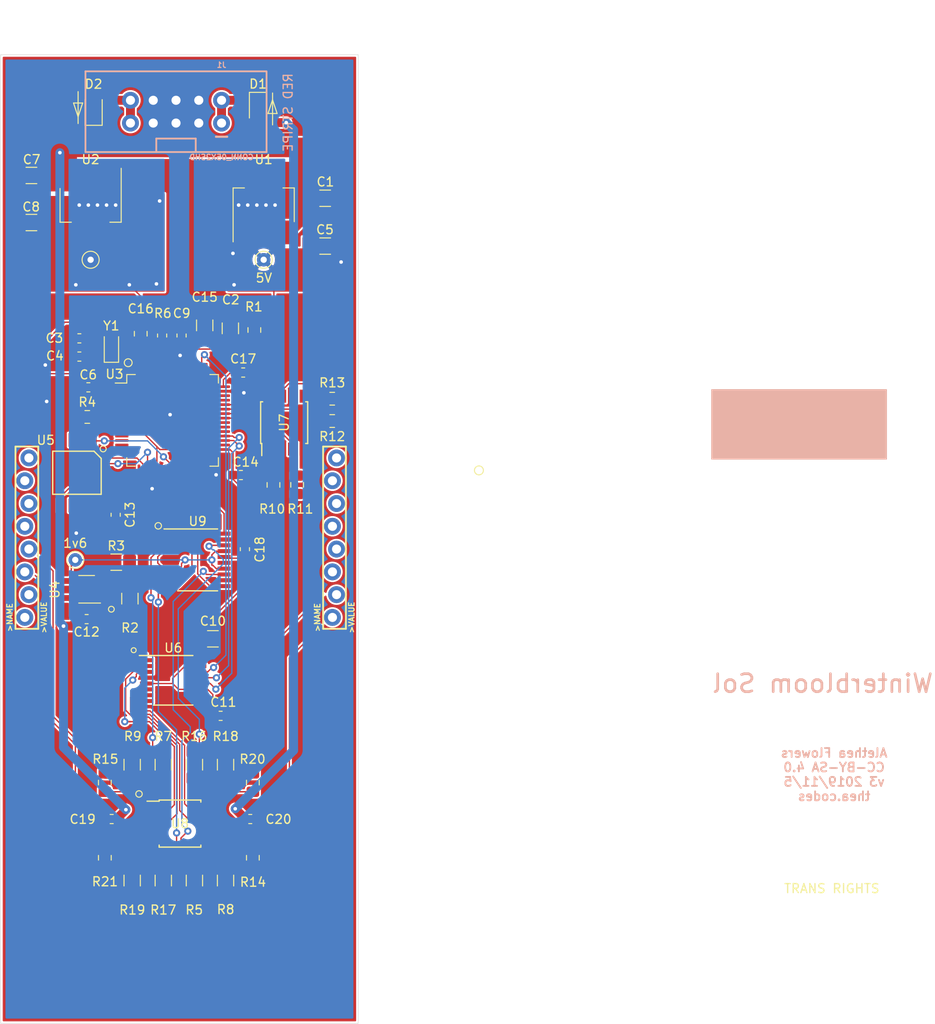
<source format=kicad_pcb>
(kicad_pcb (version 20171130) (host pcbnew "(5.1.5-0-10_14)")
  (title_block (title Sol) (date 2019-11-05) (rev v3) (company Winterbloom) (comment 1 "Alethea Flowers") (comment 2 thea.codes) (comment 3 "CC BY SA 4.0"))
  (layers (0 F.Cu signal) (31 B.Cu signal) (34 B.Paste user) (35 F.Paste user) (36 B.SilkS user) (37 F.SilkS user) (38 B.Mask user) (39 F.Mask user) (44 Edge.Cuts user))
  (net 0 "")
  (net 1 GND)
  (net 2 +12V)
  (net 3 Reset)
  (net 4 XIN)
  (net 5 XOUT)
  (net 6 VDDIO)
  (net 7 "Net-(D2-Pad2)")
  (net 8 NEOPIXEL)
  (net 9 SWDIO)
  (net 10 SWCLK)
  (net 11 D+)
  (net 12 D-)
  (net 13 +5V)
  (net 14 QSPI_CS)
  (net 15 "Net-(R7-Pad1)")
  (net 16 GATE_A_OUT)
  (net 17 GATE_B_OUT)
  (net 18 GATE_C_OUT)
  (net 19 GATE_D_OUT)
  (net 20 "Net-(U3-Pad3)")
  (net 21 "Net-(U3-Pad4)")
  (net 22 "Net-(U3-Pad5)")
  (net 23 "Net-(U3-Pad6)")
  (net 24 "Net-(U3-Pad9)")
  (net 25 "Net-(U3-Pad10)")
  (net 26 "Net-(U3-Pad11)")
  (net 27 "Net-(U3-Pad12)")
  (net 28 "Net-(U3-Pad13)")
  (net 29 "Net-(U3-Pad14)")
  (net 30 "Net-(U3-Pad15)")
  (net 31 "Net-(U3-Pad16)")
  (net 32 QSPI_D0)
  (net 33 QSPI_D1)
  (net 34 QSPI_D2)
  (net 35 QSPI_D3)
  (net 36 QSPI_SCLK)
  (net 37 "Net-(U3-Pad29)")
  (net 38 "Net-(U3-Pad30)")
  (net 39 "Net-(U3-Pad31)")
  (net 40 "Net-(U3-Pad32)")
  (net 41 "Net-(U3-Pad35)")
  (net 42 SCLK)
  (net 43 DAC_CS)
  (net 44 "Net-(U3-Pad38)")
  (net 45 "Net-(U3-Pad39)")
  (net 46 "Net-(U3-Pad40)")
  (net 47 GATE_A_IN)
  (net 48 GATE_B_IN)
  (net 49 GATE_C_IN)
  (net 50 GATE_D_IN)
  (net 51 MOSI)
  (net 52 "Net-(U3-Pad51)")
  (net 53 "Net-(U3-Pad55)")
  (net 54 "Net-(U3-Pad61)")
  (net 55 "Net-(U3-Pad62)")
  (net 56 "Net-(U3-Pad63)")
  (net 57 DAC_OUT_B)
  (net 58 DAC_OUT_A)
  (net 59 "Net-(U6-Pad8)")
  (net 60 "Net-(U3-Pad59)")
  (net 61 "Net-(U3-Pad60)")
  (net 62 VDDCORE)
  (net 63 -12V)
  (net 64 "Net-(D1-Pad1)")
  (net 65 2V5REF)
  (net 66 "Net-(R2-Pad2)")
  (net 67 "Net-(R5-Pad1)")
  (net 68 VREF_C)
  (net 69 VREF_A)
  (net 70 CV_C)
  (net 71 CV_A)
  (net 72 "Net-(R10-Pad1)")
  (net 73 "Net-(R11-Pad1)")
  (net 74 "Net-(R12-Pad2)")
  (net 75 "Net-(R13-Pad2)")
  (net 76 "Net-(R14-Pad2)")
  (net 77 "Net-(R15-Pad2)")
  (net 78 "Net-(R16-Pad1)")
  (net 79 VREF_D)
  (net 80 VREF_B)
  (net 81 "Net-(R17-Pad1)")
  (net 82 CV_D)
  (net 83 CV_B)
  (net 84 "Net-(R20-Pad2)")
  (net 85 "Net-(R21-Pad2)")
  (net 86 RANGE_A)
  (net 87 RANGE_B)
  (net 88 RANGE_C)
  (net 89 RANGE_D)
  (net 90 MISO)
  (net 91 MIDVREF)
  (net 92 DAC_OUT_C)
  (net 93 DAC_OUT_D)
  (net 94 "Net-(U9-Pad15)")
  (module Resistor_SMD:R_0805_2012Metric_Pad1.15x1.40mm_HandSolder (layer F.Cu) (at 154.5844 88.138 180)
    (fp_text reference R13 (at 0 1.778) (layer F.SilkS))
    (fp_text value 1k)
    (pad 2 smd roundrect (at 1.025 0 180) (size 1.15 1.4) (layers F.Cu F.Paste F.Mask) (roundrect_rratio 0.217391) (net 75 "Net-(R13-Pad2)"))
    (pad 1 smd roundrect (at -1.025 0 180) (size 1.15 1.4) (layers F.Cu F.Paste F.Mask) (roundrect_rratio 0.217391) (net 19 GATE_D_OUT))
  )
  (module Package_SO:TSSOP-20_4.4x6.5mm_P0.65mm (layer F.Cu) (at 139.573 106.1085)
    (fp_text reference U9 (at 0 -4.3) (layer F.SilkS))
    (fp_text value TMUX1134)
    (pad 1 smd rect (at -2.95 -2.925) (size 1.45 0.45) (layers F.Cu F.Paste F.Mask) (net 86 RANGE_A))
    (pad 2 smd rect (at -2.95 -2.275) (size 1.45 0.45) (layers F.Cu F.Paste F.Mask) (net 1 GND))
    (pad 3 smd rect (at -2.95 -1.625) (size 1.45 0.45) (layers F.Cu F.Paste F.Mask) (net 69 VREF_A))
    (pad 4 smd rect (at -2.95 -0.975) (size 1.45 0.45) (layers F.Cu F.Paste F.Mask) (net 91 MIDVREF))
    (pad 5 smd rect (at -2.95 -0.325) (size 1.45 0.45) (layers F.Cu F.Paste F.Mask) (net 1 GND))
    (pad 6 smd rect (at -2.95 0.325) (size 1.45 0.45) (layers F.Cu F.Paste F.Mask) (net 1 GND))
    (pad 7 smd rect (at -2.95 0.975) (size 1.45 0.45) (layers F.Cu F.Paste F.Mask) (net 91 MIDVREF))
    (pad 8 smd rect (at -2.95 1.625) (size 1.45 0.45) (layers F.Cu F.Paste F.Mask) (net 80 VREF_B))
    (pad 9 smd rect (at -2.95 2.275) (size 1.45 0.45) (layers F.Cu F.Paste F.Mask) (net 1 GND))
    (pad 10 smd rect (at -2.95 2.925) (size 1.45 0.45) (layers F.Cu F.Paste F.Mask) (net 87 RANGE_B))
    (pad 11 smd rect (at 2.95 2.925) (size 1.45 0.45) (layers F.Cu F.Paste F.Mask) (net 88 RANGE_C))
    (pad 12 smd rect (at 2.95 2.275) (size 1.45 0.45) (layers F.Cu F.Paste F.Mask) (net 1 GND))
    (pad 13 smd rect (at 2.95 1.625) (size 1.45 0.45) (layers F.Cu F.Paste F.Mask) (net 68 VREF_C))
    (pad 14 smd rect (at 2.95 0.975) (size 1.45 0.45) (layers F.Cu F.Paste F.Mask) (net 91 MIDVREF))
    (pad 15 smd rect (at 2.95 0.325) (size 1.45 0.45) (layers F.Cu F.Paste F.Mask) (net 94 "Net-(U9-Pad15)"))
    (pad 16 smd rect (at 2.95 -0.325) (size 1.45 0.45) (layers F.Cu F.Paste F.Mask) (net 6 VDDIO))
    (pad 17 smd rect (at 2.95 -0.975) (size 1.45 0.45) (layers F.Cu F.Paste F.Mask) (net 91 MIDVREF))
    (pad 18 smd rect (at 2.95 -1.625) (size 1.45 0.45) (layers F.Cu F.Paste F.Mask) (net 79 VREF_D))
    (pad 19 smd rect (at 2.95 -2.275) (size 1.45 0.45) (layers F.Cu F.Paste F.Mask) (net 1 GND))
    (pad 20 smd rect (at 2.95 -2.925) (size 1.45 0.45) (layers F.Cu F.Paste F.Mask) (net 89 RANGE_D))
  )
  (module Capacitor_SMD:C_0603_1608Metric_Pad1.05x0.95mm_HandSolder (layer F.Cu) (at 127.1905 112.7125 180)
    (fp_text reference C12 (at 0 -1.43) (layer F.SilkS))
    (fp_text value 0.1uF)
    (pad 1 smd roundrect (at -0.875 0 180) (size 1.05 0.95) (layers F.Cu F.Paste F.Mask) (net 1 GND))
    (pad 2 smd roundrect (at 0.875 0 180) (size 1.05 0.95) (layers F.Cu F.Paste F.Mask) (net 2 +12V))
  )
  (module TestPoint:TestPoint_THTPad_D1.5mm_Drill0.7mm (layer F.Cu) (at 125.9205 106.1085 180)
    (fp_text reference 1v6 (at 0 1.8669) (layer F.SilkS))
    (fp_text value MIDV)
    (pad 1 thru_hole circle (at 0 0 180) (size 1.5 1.5) (drill 0.7) (layers *.Cu *.Mask) (net 91 MIDVREF))
  )
  (module Package_TO_SOT_SMD:TSOT-23-5_HandSoldering (layer F.Cu) (at 127.1905 109.4105 180)
    (fp_text reference U4 (at 3.5433 -0.0127 90) (layer F.SilkS))
    (fp_text value OPA197)
    (pad 1 smd rect (at -1.71 -0.95 180) (size 2 0.65) (layers F.Cu F.Paste F.Mask) (net 91 MIDVREF))
    (pad 2 smd rect (at -1.71 0 180) (size 2 0.65) (layers F.Cu F.Paste F.Mask) (net 1 GND))
    (pad 3 smd rect (at -1.71 0.95 180) (size 2 0.65) (layers F.Cu F.Paste F.Mask) (net 66 "Net-(R2-Pad2)"))
    (pad 4 smd rect (at 1.71 0.95 180) (size 2 0.65) (layers F.Cu F.Paste F.Mask) (net 91 MIDVREF))
    (pad 5 smd rect (at 1.71 -0.95 180) (size 2 0.65) (layers F.Cu F.Paste F.Mask) (net 2 +12V))
  )
  (module Resistor_SMD:R_1206_3216Metric_Pad1.42x1.75mm_HandSolder (layer F.Cu) (at 132.0165 110.4265 90)
    (fp_text reference R2 (at -3.2639 0.0127 180) (layer F.SilkS))
    (fp_text value "4.70k 0.1%")
    (pad 1 smd roundrect (at -1.4875 0 90) (size 1.425 1.75) (layers F.Cu F.Paste F.Mask) (roundrect_rratio 0.175439) (net 65 2V5REF))
    (pad 2 smd roundrect (at 1.4875 0 90) (size 1.425 1.75) (layers F.Cu F.Paste F.Mask) (roundrect_rratio 0.175439) (net 66 "Net-(R2-Pad2)"))
  )
  (module Resistor_SMD:R_1206_3216Metric_Pad1.42x1.75mm_HandSolder (layer F.Cu) (at 130.4925 106.3625 180)
    (fp_text reference R3 (at 0 1.8161) (layer F.SilkS))
    (fp_text value "9.09k 0.1%")
    (pad 2 smd roundrect (at 1.4875 0 180) (size 1.425 1.75) (layers F.Cu F.Paste F.Mask) (roundrect_rratio 0.175439) (net 1 GND))
    (pad 1 smd roundrect (at -1.4875 0 180) (size 1.425 1.75) (layers F.Cu F.Paste F.Mask) (roundrect_rratio 0.175439) (net 66 "Net-(R2-Pad2)"))
  )
  (module Capacitor_SMD:C_0603_1608Metric_Pad1.05x0.95mm_HandSolder (layer F.Cu) (at 127.381 86.868 180)
    (fp_text reference C6 (at 0.014 1.397) (layer F.SilkS))
    (fp_text value 0.1uF)
    (pad 2 smd roundrect (at 0.875 0 180) (size 1.05 0.95) (layers F.Cu F.Paste F.Mask) (net 1 GND))
    (pad 1 smd roundrect (at -0.875 0 180) (size 1.05 0.95) (layers F.Cu F.Paste F.Mask) (net 6 VDDIO))
  )
  (module Crystal:Crystal_SMD_2012-2Pin_2.0x1.2mm_HandSoldering (layer F.Cu) (at 129.957 82.423 90)
    (fp_text reference Y1 (at 2.413 -0.0106) (layer F.SilkS))
    (fp_text value Crystal)
    (pad 1 smd rect (at -0.925 0 90) (size 1.05 1.1) (layers F.Cu F.Paste F.Mask) (net 5 XOUT))
    (pad 2 smd rect (at 0.925 0 90) (size 1.05 1.1) (layers F.Cu F.Paste F.Mask) (net 4 XIN))
  )
  (module Capacitor_SMD:C_0603_1608Metric_Pad1.05x0.95mm_HandSolder (layer F.Cu) (at 126.379 83.439 180)
    (fp_text reference C4 (at 2.7318 0.0762) (layer F.SilkS))
    (fp_text value 22pF)
    (pad 1 smd roundrect (at -0.875 0 180) (size 1.05 0.95) (layers F.Cu F.Paste F.Mask) (net 5 XOUT))
    (pad 2 smd roundrect (at 0.875 0 180) (size 1.05 0.95) (layers F.Cu F.Paste F.Mask) (net 1 GND))
  )
  (module Capacitor_SMD:C_0603_1608Metric_Pad1.05x0.95mm_HandSolder (layer F.Cu) (at 126.379 81.407 180)
    (fp_text reference C3 (at 2.7826 0.0254) (layer F.SilkS))
    (fp_text value 22pF)
    (pad 2 smd roundrect (at 0.875 0 180) (size 1.05 0.95) (layers F.Cu F.Paste F.Mask) (net 1 GND))
    (pad 1 smd roundrect (at -0.875 0 180) (size 1.05 0.95) (layers F.Cu F.Paste F.Mask) (net 4 XIN))
  )
  (module Connectors:1X08_FEMALE_LOCK (layer F.Cu) (at 154.8384 112.522 90)
    (fp_text reference >NAME (at 0 -1.905 90) (layer F.SilkS) (effects (font (size 0.6096 0.6096) (thickness 0.127))))
    (fp_text value >VALUE (at 0 1.905 90) (layer F.SilkS) (effects (font (size 0.6096 0.6096) (thickness 0.127))))
    (pad 1 thru_hole circle (at 0 -0.2286 90) (size 1.8796 1.8796) (drill 1.016) (layers *.Cu *.Mask))
    (pad 2 thru_hole circle (at 2.54 0.2286 90) (size 1.8796 1.8796) (drill 1.016) (layers *.Cu *.Mask))
    (pad 3 thru_hole circle (at 5.08 -0.2286 90) (size 1.8796 1.8796) (drill 1.016) (layers *.Cu *.Mask))
    (pad 4 thru_hole circle (at 7.62 0.2286 90) (size 1.8796 1.8796) (drill 1.016) (layers *.Cu *.Mask))
    (pad 5 thru_hole circle (at 10.16 -0.2286 90) (size 1.8796 1.8796) (drill 1.016) (layers *.Cu *.Mask))
    (pad 6 thru_hole circle (at 12.7 0.2286 90) (size 1.8796 1.8796) (drill 1.016) (layers *.Cu *.Mask))
    (pad 7 thru_hole circle (at 15.24 -0.2286 90) (size 1.8796 1.8796) (drill 1.016) (layers *.Cu *.Mask))
    (pad 8 thru_hole circle (at 17.78 0.2286 90) (size 1.8796 1.8796) (drill 1.016) (layers *.Cu *.Mask))
  )
  (module Connectors:1X08_FEMALE_LOCK (layer F.Cu) (at 120.523 112.522 90)
    (fp_text reference >NAME (at 0 -1.905 90) (layer F.SilkS) (effects (font (size 0.6096 0.6096) (thickness 0.127))))
    (fp_text value >VALUE (at 0 1.905 90) (layer F.SilkS) (effects (font (size 0.6096 0.6096) (thickness 0.127))))
    (pad 8 thru_hole circle (at 17.78 0.2286 90) (size 1.8796 1.8796) (drill 1.016) (layers *.Cu *.Mask))
    (pad 7 thru_hole circle (at 15.24 -0.2286 90) (size 1.8796 1.8796) (drill 1.016) (layers *.Cu *.Mask))
    (pad 6 thru_hole circle (at 12.7 0.2286 90) (size 1.8796 1.8796) (drill 1.016) (layers *.Cu *.Mask))
    (pad 5 thru_hole circle (at 10.16 -0.2286 90) (size 1.8796 1.8796) (drill 1.016) (layers *.Cu *.Mask))
    (pad 4 thru_hole circle (at 7.62 0.2286 90) (size 1.8796 1.8796) (drill 1.016) (layers *.Cu *.Mask))
    (pad 3 thru_hole circle (at 5.08 -0.2286 90) (size 1.8796 1.8796) (drill 1.016) (layers *.Cu *.Mask))
    (pad 2 thru_hole circle (at 2.54 0.2286 90) (size 1.8796 1.8796) (drill 1.016) (layers *.Cu *.Mask))
    (pad 1 thru_hole circle (at 0 -0.2286 90) (size 1.8796 1.8796) (drill 1.016) (layers *.Cu *.Mask))
  )
  (module Package_SO:TSSOP-14_4.4x5mm_P0.65mm (layer F.Cu) (at 137.6045 135.509)
    (fp_text reference U8 (at 0 0) (layer F.SilkS))
    (fp_text value OPA4197)
    (pad 1 smd rect (at -2.95 -1.95) (size 1.45 0.45) (layers F.Cu F.Paste F.Mask) (net 77 "Net-(R15-Pad2)"))
    (pad 2 smd rect (at -2.95 -1.3) (size 1.45 0.45) (layers F.Cu F.Paste F.Mask) (net 15 "Net-(R7-Pad1)"))
    (pad 3 smd rect (at -2.95 -0.65) (size 1.45 0.45) (layers F.Cu F.Paste F.Mask) (net 58 DAC_OUT_A))
    (pad 4 smd rect (at -2.95 0) (size 1.45 0.45) (layers F.Cu F.Paste F.Mask) (net 2 +12V))
    (pad 5 smd rect (at -2.95 0.65) (size 1.45 0.45) (layers F.Cu F.Paste F.Mask) (net 57 DAC_OUT_B))
    (pad 6 smd rect (at -2.95 1.3) (size 1.45 0.45) (layers F.Cu F.Paste F.Mask) (net 81 "Net-(R17-Pad1)"))
    (pad 7 smd rect (at -2.95 1.95) (size 1.45 0.45) (layers F.Cu F.Paste F.Mask) (net 85 "Net-(R21-Pad2)"))
    (pad 8 smd rect (at 2.95 1.95) (size 1.45 0.45) (layers F.Cu F.Paste F.Mask) (net 76 "Net-(R14-Pad2)"))
    (pad 9 smd rect (at 2.95 1.3) (size 1.45 0.45) (layers F.Cu F.Paste F.Mask) (net 67 "Net-(R5-Pad1)"))
    (pad 10 smd rect (at 2.95 0.65) (size 1.45 0.45) (layers F.Cu F.Paste F.Mask) (net 92 DAC_OUT_C))
    (pad 11 smd rect (at 2.95 0) (size 1.45 0.45) (layers F.Cu F.Paste F.Mask) (net 63 -12V))
    (pad 12 smd rect (at 2.95 -0.65) (size 1.45 0.45) (layers F.Cu F.Paste F.Mask) (net 93 DAC_OUT_D))
    (pad 13 smd rect (at 2.95 -1.3) (size 1.45 0.45) (layers F.Cu F.Paste F.Mask) (net 78 "Net-(R16-Pad1)"))
    (pad 14 smd rect (at 2.95 -1.95) (size 1.45 0.45) (layers F.Cu F.Paste F.Mask) (net 84 "Net-(R20-Pad2)"))
  )
  (module Package_SO:TSSOP-16_4.4x5mm_P0.65mm (layer F.Cu) (at 136.8425 119.5705)
    (fp_text reference U6 (at 0.0127 -3.6449) (layer F.SilkS))
    (fp_text value AD5685xRUZ)
    (pad 1 smd rect (at -2.95 -2.275) (size 1.5 0.45) (layers F.Cu F.Paste F.Mask) (net 65 2V5REF))
    (pad 2 smd rect (at -2.95 -1.625) (size 1.5 0.45) (layers F.Cu F.Paste F.Mask) (net 57 DAC_OUT_B))
    (pad 3 smd rect (at -2.95 -0.975) (size 1.5 0.45) (layers F.Cu F.Paste F.Mask) (net 58 DAC_OUT_A))
    (pad 4 smd rect (at -2.95 -0.325) (size 1.5 0.45) (layers F.Cu F.Paste F.Mask) (net 1 GND))
    (pad 5 smd rect (at -2.95 0.325) (size 1.5 0.45) (layers F.Cu F.Paste F.Mask) (net 6 VDDIO))
    (pad 6 smd rect (at -2.95 0.975) (size 1.5 0.45) (layers F.Cu F.Paste F.Mask) (net 92 DAC_OUT_C))
    (pad 7 smd rect (at -2.95 1.625) (size 1.5 0.45) (layers F.Cu F.Paste F.Mask) (net 93 DAC_OUT_D))
    (pad 8 smd rect (at -2.95 2.275) (size 1.5 0.45) (layers F.Cu F.Paste F.Mask) (net 59 "Net-(U6-Pad8)"))
    (pad 9 smd rect (at 2.95 2.275) (size 1.5 0.45) (layers F.Cu F.Paste F.Mask) (net 1 GND))
    (pad 10 smd rect (at 2.95 1.625) (size 1.5 0.45) (layers F.Cu F.Paste F.Mask) (net 1 GND))
    (pad 11 smd rect (at 2.95 0.975) (size 1.5 0.45) (layers F.Cu F.Paste F.Mask) (net 6 VDDIO))
    (pad 12 smd rect (at 2.95 0.325) (size 1.5 0.45) (layers F.Cu F.Paste F.Mask) (net 42 SCLK))
    (pad 13 smd rect (at 2.95 -0.325) (size 1.5 0.45) (layers F.Cu F.Paste F.Mask) (net 43 DAC_CS))
    (pad 14 smd rect (at 2.95 -0.975) (size 1.5 0.45) (layers F.Cu F.Paste F.Mask) (net 51 MOSI))
    (pad 15 smd rect (at 2.95 -1.625) (size 1.5 0.45) (layers F.Cu F.Paste F.Mask) (net 6 VDDIO))
    (pad 16 smd rect (at 2.95 -2.275) (size 1.5 0.45) (layers F.Cu F.Paste F.Mask) (net 1 GND))
  )
  (module Diode_SMD:D_0805_2012Metric_Pad1.15x1.40mm_HandSolder (layer F.Cu) (at 146.304 55.8382 270)
    (fp_text reference D1 (at -2.794 0 180) (layer F.SilkS))
    (fp_text value D)
    (pad 1 smd roundrect (at -1.025 0 270) (size 1.15 1.4) (layers F.Cu F.Paste F.Mask) (roundrect_rratio 0.217391) (net 64 "Net-(D1-Pad1)"))
    (pad 2 smd roundrect (at 1.025 0 270) (size 1.15 1.4) (layers F.Cu F.Paste F.Mask) (roundrect_rratio 0.217391) (net 63 -12V))
  )
  (module Resistor_SMD:R_1206_3216Metric_Pad1.42x1.75mm_HandSolder (layer F.Cu) (at 139.213166 141.859 270)
    (fp_text reference R5 (at 3.2766 0.021166 180) (layer F.SilkS))
    (fp_text value "2.94k 0.1%")
    (pad 1 smd roundrect (at -1.4875 0 270) (size 1.425 1.75) (layers F.Cu F.Paste F.Mask) (roundrect_rratio 0.175439) (net 67 "Net-(R5-Pad1)"))
    (pad 2 smd roundrect (at 1.4875 0 270) (size 1.425 1.75) (layers F.Cu F.Paste F.Mask) (roundrect_rratio 0.175439) (net 68 VREF_C))
  )
  (module Resistor_SMD:R_1206_3216Metric_Pad1.42x1.75mm_HandSolder (layer F.Cu) (at 135.741833 128.9415 90)
    (fp_text reference R7 (at 3.1607 -0.004233 180) (layer F.SilkS))
    (fp_text value "2.94k 0.1%")
    (pad 1 smd roundrect (at -1.4875 0 90) (size 1.425 1.75) (layers F.Cu F.Paste F.Mask) (roundrect_rratio 0.175439) (net 15 "Net-(R7-Pad1)"))
    (pad 2 smd roundrect (at 1.4875 0 90) (size 1.425 1.75) (layers F.Cu F.Paste F.Mask) (roundrect_rratio 0.175439) (net 69 VREF_A))
  )
  (module Resistor_SMD:R_1206_3216Metric_Pad1.42x1.75mm_HandSolder (layer F.Cu) (at 142.6845 141.859 270)
    (fp_text reference R8 (at 3.2258 -0.0127 180) (layer F.SilkS))
    (fp_text value "9.09k 0.1%")
    (pad 2 smd roundrect (at 1.4875 0 270) (size 1.425 1.75) (layers F.Cu F.Paste F.Mask) (roundrect_rratio 0.175439) (net 67 "Net-(R5-Pad1)"))
    (pad 1 smd roundrect (at -1.4875 0 270) (size 1.425 1.75) (layers F.Cu F.Paste F.Mask) (roundrect_rratio 0.175439) (net 70 CV_C))
  )
  (module Resistor_SMD:R_1206_3216Metric_Pad1.42x1.75mm_HandSolder (layer F.Cu) (at 132.2705 128.9415 90)
    (fp_text reference R9 (at 3.1607 0.0635 180) (layer F.SilkS))
    (fp_text value "9.09k 0.1%")
    (pad 2 smd roundrect (at 1.4875 0 90) (size 1.425 1.75) (layers F.Cu F.Paste F.Mask) (roundrect_rratio 0.175439) (net 15 "Net-(R7-Pad1)"))
    (pad 1 smd roundrect (at -1.4875 0 90) (size 1.425 1.75) (layers F.Cu F.Paste F.Mask) (roundrect_rratio 0.175439) (net 71 CV_A))
  )
  (module Resistor_SMD:R_1206_3216Metric_Pad1.42x1.75mm_HandSolder (layer F.Cu) (at 142.6845 128.9415 90)
    (fp_text reference R18 (at 3.1607 0.0127 180) (layer F.SilkS))
    (fp_text value "9.09k 0.1%")
    (pad 1 smd roundrect (at -1.4875 0 90) (size 1.425 1.75) (layers F.Cu F.Paste F.Mask) (roundrect_rratio 0.175439) (net 82 CV_D))
    (pad 2 smd roundrect (at 1.4875 0 90) (size 1.425 1.75) (layers F.Cu F.Paste F.Mask) (roundrect_rratio 0.175439) (net 78 "Net-(R16-Pad1)"))
  )
  (module Resistor_SMD:R_1206_3216Metric_Pad1.42x1.75mm_HandSolder (layer F.Cu) (at 132.2705 141.859 270)
    (fp_text reference R19 (at 3.2766 -0.0127 180) (layer F.SilkS))
    (fp_text value "9.09k 0.1%")
    (pad 1 smd roundrect (at -1.4875 0 270) (size 1.425 1.75) (layers F.Cu F.Paste F.Mask) (roundrect_rratio 0.175439) (net 83 CV_B))
    (pad 2 smd roundrect (at 1.4875 0 270) (size 1.425 1.75) (layers F.Cu F.Paste F.Mask) (roundrect_rratio 0.175439) (net 81 "Net-(R17-Pad1)"))
  )
  (module Resistor_SMD:R_1206_3216Metric_Pad1.42x1.75mm_HandSolder (layer F.Cu) (at 139.213166 128.9415 90)
    (fp_text reference R16 (at 3.1607 -0.021166 180) (layer F.SilkS))
    (fp_text value "2.94k 0.1%")
    (pad 1 smd roundrect (at -1.4875 0 90) (size 1.425 1.75) (layers F.Cu F.Paste F.Mask) (roundrect_rratio 0.175439) (net 78 "Net-(R16-Pad1)"))
    (pad 2 smd roundrect (at 1.4875 0 90) (size 1.425 1.75) (layers F.Cu F.Paste F.Mask) (roundrect_rratio 0.175439) (net 79 VREF_D))
  )
  (module Resistor_SMD:R_1206_3216Metric_Pad1.42x1.75mm_HandSolder (layer F.Cu) (at 135.741833 141.859 270)
    (fp_text reference R17 (at 3.2766 0.004233 180) (layer F.SilkS))
    (fp_text value "2.94k 0.1%")
    (pad 2 smd roundrect (at 1.4875 0 270) (size 1.425 1.75) (layers F.Cu F.Paste F.Mask) (roundrect_rratio 0.175439) (net 80 VREF_B))
    (pad 1 smd roundrect (at -1.4875 0 270) (size 1.425 1.75) (layers F.Cu F.Paste F.Mask) (roundrect_rratio 0.175439) (net 81 "Net-(R17-Pad1)"))
  )
  (module Diode_SMD:D_0805_2012Metric_Pad1.15x1.40mm_HandSolder (layer F.Cu) (at 127.9652 55.7932 90)
    (fp_text reference D2 (at 2.7305 0 180) (layer F.SilkS))
    (fp_text value D)
    (pad 1 smd roundrect (at -1.025 0 90) (size 1.15 1.4) (layers F.Cu F.Paste F.Mask) (roundrect_rratio 0.217391) (net 2 +12V))
    (pad 2 smd roundrect (at 1.025 0 90) (size 1.15 1.4) (layers F.Cu F.Paste F.Mask) (roundrect_rratio 0.217391) (net 7 "Net-(D2-Pad2)"))
  )
  (module Connectors:2X5-SHROUDED (layer B.Cu) (at 137.16 56.134 90)
    (fp_text reference J1 (at 5.207 5.08 180) (layer B.SilkS) (effects (font (size 0.6096 0.6096) (thickness 0.127)) (justify mirror)))
    (fp_text value CONN_05X2SHD (at -5.08 5.08 180) (layer B.SilkS) (effects (font (size 0.6096 0.6096) (thickness 0.127)) (justify mirror)))
    (pad 1 thru_hole circle (at -1.27 5.08 90) (size 1.8796 1.8796) (drill 1.016) (layers *.Cu *.Mask) (net 64 "Net-(D1-Pad1)"))
    (pad 2 thru_hole circle (at 1.27 5.08 90) (size 1.8796 1.8796) (drill 1.016) (layers *.Cu *.Mask) (net 64 "Net-(D1-Pad1)"))
    (pad 3 thru_hole circle (at -1.27 2.54 90) (size 1.8796 1.8796) (drill 1.016) (layers *.Cu *.Mask) (net 1 GND))
    (pad 4 thru_hole circle (at 1.27 2.54 90) (size 1.8796 1.8796) (drill 1.016) (layers *.Cu *.Mask) (net 1 GND))
    (pad 5 thru_hole circle (at -1.27 0 90) (size 1.8796 1.8796) (drill 1.016) (layers *.Cu *.Mask) (net 1 GND))
    (pad 6 thru_hole circle (at 1.27 0 90) (size 1.8796 1.8796) (drill 1.016) (layers *.Cu *.Mask) (net 1 GND))
    (pad 7 thru_hole circle (at -1.27 -2.54 90) (size 1.8796 1.8796) (drill 1.016) (layers *.Cu *.Mask) (net 1 GND))
    (pad 8 thru_hole circle (at 1.27 -2.54 90) (size 1.8796 1.8796) (drill 1.016) (layers *.Cu *.Mask) (net 1 GND))
    (pad 9 thru_hole circle (at -1.27 -5.08 90) (size 1.8796 1.8796) (drill 1.016) (layers *.Cu *.Mask) (net 7 "Net-(D2-Pad2)"))
    (pad 10 thru_hole circle (at 1.27 -5.08 90) (size 1.8796 1.8796) (drill 1.016) (layers *.Cu *.Mask) (net 7 "Net-(D2-Pad2)"))
  )
  (module TestPoint:TestPoint_THTPad_D1.5mm_Drill0.7mm (layer F.Cu) (at 146.939 72.644 270)
    (fp_text reference 5V (at 2.032 -0.0254 180) (layer F.SilkS))
    (fp_text value 5v)
    (pad 1 thru_hole circle (at 0 0 270) (size 1.5 1.5) (drill 0.7) (layers *.Cu *.Mask) (net 13 +5V))
  )
  (module TestPoint:TestPoint_THTPad_D1.5mm_Drill0.7mm (layer F.Cu) (at 127.635 72.644 90)
    (fp_text reference TP2 hide)
    (fp_text value 3.3v)
    (pad 1 thru_hole circle (at 0 0 90) (size 1.5 1.5) (drill 0.7) (layers *.Cu *.Mask) (net 6 VDDIO))
  )
  (module Package_TO_SOT_SMD:SOT-223-3_TabPin2 (layer F.Cu) (at 146.939 66.548 90)
    (fp_text reference U1 (at 5.08 0 180) (layer F.SilkS))
    (fp_text value LM1117-5.0)
    (pad 1 smd rect (at -3.15 -2.3 90) (size 2 1.5) (layers F.Cu F.Paste F.Mask) (net 1 GND))
    (pad 3 smd rect (at -3.15 2.3 90) (size 2 1.5) (layers F.Cu F.Paste F.Mask) (net 2 +12V))
    (pad 2 smd rect (at -3.15 0 90) (size 2 1.5) (layers F.Cu F.Paste F.Mask) (net 13 +5V))
    (pad 2 smd rect (at 3.15 0 90) (size 2 3.8) (layers F.Cu F.Paste F.Mask) (net 13 +5V))
  )
  (module Package_TO_SOT_SMD:SOT-223-3_TabPin2 (layer F.Cu) (at 127.635 66.548 270)
    (fp_text reference U2 (at -5.08 0 180) (layer F.SilkS))
    (fp_text value LM1117-3.3)
    (pad 1 smd rect (at -3.15 -2.3 270) (size 2 1.5) (layers F.Cu F.Paste F.Mask) (net 1 GND))
    (pad 3 smd rect (at -3.15 2.3 270) (size 2 1.5) (layers F.Cu F.Paste F.Mask) (net 2 +12V))
    (pad 2 smd rect (at -3.15 0 270) (size 2 1.5) (layers F.Cu F.Paste F.Mask) (net 6 VDDIO))
    (pad 2 smd rect (at 3.15 0 270) (size 2 3.8) (layers F.Cu F.Paste F.Mask) (net 6 VDDIO))
  )
  (module flash:SOIC-8 (layer F.Cu) (at 126.111 96.393 180)
    (fp_text reference U5 (at 3.4798 3.6322 180) (layer F.SilkS))
    (fp_text value W25Q32FVSS)
    (pad 8 smd rect (at -1.905 -3.65 180) (size 0.6 1.5) (layers F.Cu F.Paste F.Mask) (net 6 VDDIO))
    (pad 1 smd rect (at -1.905 3.65 180) (size 0.6 1.5) (layers F.Cu F.Paste F.Mask) (net 14 QSPI_CS))
    (pad 7 smd rect (at -0.635 -3.65 180) (size 0.6 1.5) (layers F.Cu F.Paste F.Mask) (net 35 QSPI_D3))
    (pad 2 smd rect (at -0.635 3.65 180) (size 0.6 1.5) (layers F.Cu F.Paste F.Mask) (net 33 QSPI_D1))
    (pad 6 smd rect (at 0.635 -3.65 180) (size 0.6 1.5) (layers F.Cu F.Paste F.Mask) (net 36 QSPI_SCLK))
    (pad 3 smd rect (at 0.635 3.65 180) (size 0.6 1.5) (layers F.Cu F.Paste F.Mask) (net 34 QSPI_D2))
    (pad 5 smd rect (at 1.905 -3.65 180) (size 0.6 1.5) (layers F.Cu F.Paste F.Mask) (net 32 QSPI_D0))
    (pad 4 smd rect (at 1.905 3.65 180) (size 0.6 1.5) (layers F.Cu F.Paste F.Mask) (net 1 GND))
  )
  (module Package_SO:TSSOP-14_4.4x5mm_P0.65mm (layer F.Cu) (at 149.225 90.805 90)
    (fp_text reference U7 (at 0 0 90) (layer F.SilkS))
    (fp_text value SN74AHCT125)
    (pad 1 smd rect (at -2.95 -1.95 90) (size 1.45 0.45) (layers F.Cu F.Paste F.Mask) (net 1 GND))
    (pad 2 smd rect (at -2.95 -1.3 90) (size 1.45 0.45) (layers F.Cu F.Paste F.Mask) (net 47 GATE_A_IN))
    (pad 3 smd rect (at -2.95 -0.65 90) (size 1.45 0.45) (layers F.Cu F.Paste F.Mask) (net 72 "Net-(R10-Pad1)"))
    (pad 4 smd rect (at -2.95 0 90) (size 1.45 0.45) (layers F.Cu F.Paste F.Mask) (net 1 GND))
    (pad 5 smd rect (at -2.95 0.65 90) (size 1.45 0.45) (layers F.Cu F.Paste F.Mask) (net 48 GATE_B_IN))
    (pad 6 smd rect (at -2.95 1.3 90) (size 1.45 0.45) (layers F.Cu F.Paste F.Mask) (net 73 "Net-(R11-Pad1)"))
    (pad 7 smd rect (at -2.95 1.95 90) (size 1.45 0.45) (layers F.Cu F.Paste F.Mask) (net 1 GND))
    (pad 8 smd rect (at 2.95 1.95 90) (size 1.45 0.45) (layers F.Cu F.Paste F.Mask) (net 74 "Net-(R12-Pad2)"))
    (pad 9 smd rect (at 2.95 1.3 90) (size 1.45 0.45) (layers F.Cu F.Paste F.Mask) (net 49 GATE_C_IN))
    (pad 10 smd rect (at 2.95 0.65 90) (size 1.45 0.45) (layers F.Cu F.Paste F.Mask) (net 1 GND))
    (pad 11 smd rect (at 2.95 0 90) (size 1.45 0.45) (layers F.Cu F.Paste F.Mask) (net 75 "Net-(R13-Pad2)"))
    (pad 12 smd rect (at 2.95 -0.65 90) (size 1.45 0.45) (layers F.Cu F.Paste F.Mask) (net 50 GATE_D_IN))
    (pad 13 smd rect (at 2.95 -1.3 90) (size 1.45 0.45) (layers F.Cu F.Paste F.Mask) (net 1 GND))
    (pad 14 smd rect (at 2.95 -1.95 90) (size 1.45 0.45) (layers F.Cu F.Paste F.Mask) (net 13 +5V))
  )
  (module Capacitor_SMD:C_1206_3216Metric_Pad1.42x1.75mm_HandSolder (layer F.Cu) (at 153.797 65.786)
    (fp_text reference C1 (at 0.0254 -1.8288) (layer F.SilkS))
    (fp_text value 22uF)
    (pad 1 smd roundrect (at -1.4875 0) (size 1.425 1.75) (layers F.Cu F.Paste F.Mask) (roundrect_rratio 0.175439) (net 2 +12V))
    (pad 2 smd roundrect (at 1.4875 0.084666) (size 1.425 1.75) (layers F.Cu F.Paste F.Mask) (roundrect_rratio 0.175439) (net 1 GND))
  )
  (module Capacitor_SMD:C_1206_3216Metric_Pad1.42x1.75mm_HandSolder (layer F.Cu) (at 143.2224 80.29 90)
    (fp_text reference C2 (at 3.1875 0.05 180) (layer F.SilkS))
    (fp_text value 1uF)
    (pad 2 smd roundrect (at 1.4875 0 90) (size 1.425 1.75) (layers F.Cu F.Paste F.Mask) (roundrect_rratio 0.175439) (net 1 GND))
    (pad 1 smd roundrect (at -1.4875 0 90) (size 1.425 1.75) (layers F.Cu F.Paste F.Mask) (roundrect_rratio 0.175439) (net 3 Reset))
  )
  (module Capacitor_SMD:C_1206_3216Metric_Pad1.42x1.75mm_HandSolder (layer F.Cu) (at 153.797 71.12)
    (fp_text reference C5 (at -0.0254 -1.8288) (layer F.SilkS))
    (fp_text value 22uF)
    (pad 1 smd roundrect (at -1.4875 0) (size 1.425 1.75) (layers F.Cu F.Paste F.Mask) (roundrect_rratio 0.175439) (net 13 +5V))
    (pad 2 smd roundrect (at 1.4875 0) (size 1.425 1.75) (layers F.Cu F.Paste F.Mask) (roundrect_rratio 0.175439) (net 1 GND))
  )
  (module Capacitor_SMD:C_1206_3216Metric_Pad1.42x1.75mm_HandSolder (layer F.Cu) (at 121.031 63.246 180)
    (fp_text reference C7 (at -0.0254 1.778) (layer F.SilkS))
    (fp_text value 22uF)
    (pad 2 smd roundrect (at 1.4875 0 180) (size 1.425 1.75) (layers F.Cu F.Paste F.Mask) (roundrect_rratio 0.175439) (net 1 GND))
    (pad 1 smd roundrect (at -1.4875 0 180) (size 1.425 1.75) (layers F.Cu F.Paste F.Mask) (roundrect_rratio 0.175439) (net 2 +12V))
  )
  (module Capacitor_SMD:C_1206_3216Metric_Pad1.42x1.75mm_HandSolder (layer F.Cu) (at 121.031 68.495332 180)
    (fp_text reference C8 (at 0.0254 1.744132) (layer F.SilkS))
    (fp_text value 22uF)
    (pad 1 smd roundrect (at -1.4875 0 180) (size 1.425 1.75) (layers F.Cu F.Paste F.Mask) (roundrect_rratio 0.175439) (net 6 VDDIO))
    (pad 2 smd roundrect (at 1.4875 0 180) (size 1.425 1.75) (layers F.Cu F.Paste F.Mask) (roundrect_rratio 0.175439) (net 1 GND))
  )
  (module Capacitor_SMD:C_1206_3216Metric_Pad1.42x1.75mm_HandSolder (layer F.Cu) (at 141.2748 114.9096)
    (fp_text reference C10 (at 0 -1.9812) (layer F.SilkS))
    (fp_text value 10uF)
    (pad 2 smd roundrect (at 1.4875 0) (size 1.425 1.75) (layers F.Cu F.Paste F.Mask) (roundrect_rratio 0.175439) (net 1 GND))
    (pad 1 smd roundrect (at -1.4875 0) (size 1.425 1.75) (layers F.Cu F.Paste F.Mask) (roundrect_rratio 0.175439) (net 6 VDDIO))
  )
  (module Capacitor_SMD:C_1206_3216Metric_Pad1.42x1.75mm_HandSolder (layer F.Cu) (at 140.3604 79.9592 90)
    (fp_text reference C15 (at 3.1496 0) (layer F.SilkS))
    (fp_text value 4.7uF)
    (pad 2 smd roundrect (at 1.4875 0 90) (size 1.425 1.75) (layers F.Cu F.Paste F.Mask) (roundrect_rratio 0.175439) (net 1 GND))
    (pad 1 smd roundrect (at -1.4875 0 90) (size 1.425 1.75) (layers F.Cu F.Paste F.Mask) (roundrect_rratio 0.175439) (net 62 VDDCORE))
  )
  (module Package_QFP:TQFP-64_10x10mm_P0.5mm (layer F.Cu) (at 136.779 90.551)
    (fp_text reference U3 (at -6.477 -5.1562 180) (layer F.SilkS))
    (fp_text value SAMD51J)
    (pad 1 smd roundrect (at -5.6625 -3.75) (size 1.475 0.3) (layers F.Cu F.Paste F.Mask) (net 4 XIN))
    (pad 2 smd roundrect (at -5.6625 -3.25) (size 1.475 0.3) (layers F.Cu F.Paste F.Mask) (net 5 XOUT))
    (pad 3 smd roundrect (at -5.6625 -2.75) (size 1.475 0.3) (layers F.Cu F.Paste F.Mask) (net 20 "Net-(U3-Pad3)"))
    (pad 4 smd roundrect (at -5.6625 -2.25) (size 1.475 0.3) (layers F.Cu F.Paste F.Mask) (net 21 "Net-(U3-Pad4)"))
    (pad 5 smd roundrect (at -5.6625 -1.75) (size 1.475 0.3) (layers F.Cu F.Paste F.Mask) (net 22 "Net-(U3-Pad5)"))
    (pad 6 smd roundrect (at -5.6625 -1.25) (size 1.475 0.3) (layers F.Cu F.Paste F.Mask) (net 23 "Net-(U3-Pad6)"))
    (pad 7 smd roundrect (at -5.6625 -0.75) (size 1.475 0.3) (layers F.Cu F.Paste F.Mask) (net 1 GND))
    (pad 8 smd roundrect (at -5.6625 -0.25) (size 1.475 0.3) (layers F.Cu F.Paste F.Mask) (net 6 VDDIO))
    (pad 9 smd roundrect (at -5.6625 0.25) (size 1.475 0.3) (layers F.Cu F.Paste F.Mask) (net 24 "Net-(U3-Pad9)"))
    (pad 10 smd roundrect (at -5.6625 0.75) (size 1.475 0.3) (layers F.Cu F.Paste F.Mask) (net 25 "Net-(U3-Pad10)"))
    (pad 11 smd roundrect (at -5.6625 1.25) (size 1.475 0.3) (layers F.Cu F.Paste F.Mask) (net 26 "Net-(U3-Pad11)"))
    (pad 12 smd roundrect (at -5.6625 1.75) (size 1.475 0.3) (layers F.Cu F.Paste F.Mask) (net 27 "Net-(U3-Pad12)"))
    (pad 13 smd roundrect (at -5.6625 2.25) (size 1.475 0.3) (layers F.Cu F.Paste F.Mask) (net 28 "Net-(U3-Pad13)"))
    (pad 14 smd roundrect (at -5.6625 2.75) (size 1.475 0.3) (layers F.Cu F.Paste F.Mask) (net 29 "Net-(U3-Pad14)"))
    (pad 15 smd roundrect (at -5.6625 3.25) (size 1.475 0.3) (layers F.Cu F.Paste F.Mask) (net 30 "Net-(U3-Pad15)"))
    (pad 16 smd roundrect (at -5.6625 3.75) (size 1.475 0.3) (layers F.Cu F.Paste F.Mask) (net 31 "Net-(U3-Pad16)"))
    (pad 17 smd roundrect (at -3.75 5.6625) (size 0.3 1.475) (layers F.Cu F.Paste F.Mask) (net 32 QSPI_D0))
    (pad 18 smd roundrect (at -3.25 5.6625) (size 0.3 1.475) (layers F.Cu F.Paste F.Mask) (net 33 QSPI_D1))
    (pad 19 smd roundrect (at -2.75 5.6625) (size 0.3 1.475) (layers F.Cu F.Paste F.Mask) (net 34 QSPI_D2))
    (pad 20 smd roundrect (at -2.25 5.6625) (size 0.3 1.475) (layers F.Cu F.Paste F.Mask) (net 35 QSPI_D3))
    (pad 21 smd roundrect (at -1.75 5.6625) (size 0.3 1.475) (layers F.Cu F.Paste F.Mask) (net 6 VDDIO))
    (pad 22 smd roundrect (at -1.25 5.6625) (size 0.3 1.475) (layers F.Cu F.Paste F.Mask) (net 1 GND))
    (pad 23 smd roundrect (at -0.75 5.6625) (size 0.3 1.475) (layers F.Cu F.Paste F.Mask) (net 36 QSPI_SCLK))
    (pad 24 smd roundrect (at -0.25 5.6625) (size 0.3 1.475) (layers F.Cu F.Paste F.Mask) (net 14 QSPI_CS))
    (pad 25 smd roundrect (at 0.25 5.6625) (size 0.3 1.475) (layers F.Cu F.Paste F.Mask) (net 86 RANGE_A))
    (pad 26 smd roundrect (at 0.75 5.6625) (size 0.3 1.475) (layers F.Cu F.Paste F.Mask) (net 87 RANGE_B))
    (pad 27 smd roundrect (at 1.25 5.6625) (size 0.3 1.475) (layers F.Cu F.Paste F.Mask) (net 88 RANGE_C))
    (pad 28 smd roundrect (at 1.75 5.6625) (size 0.3 1.475) (layers F.Cu F.Paste F.Mask) (net 89 RANGE_D))
    (pad 29 smd roundrect (at 2.25 5.6625) (size 0.3 1.475) (layers F.Cu F.Paste F.Mask) (net 37 "Net-(U3-Pad29)"))
    (pad 30 smd roundrect (at 2.75 5.6625) (size 0.3 1.475) (layers F.Cu F.Paste F.Mask) (net 38 "Net-(U3-Pad30)"))
    (pad 31 smd roundrect (at 3.25 5.6625) (size 0.3 1.475) (layers F.Cu F.Paste F.Mask) (net 39 "Net-(U3-Pad31)"))
    (pad 32 smd roundrect (at 3.75 5.6625) (size 0.3 1.475) (layers F.Cu F.Paste F.Mask) (net 40 "Net-(U3-Pad32)"))
    (pad 33 smd roundrect (at 5.6625 3.75) (size 1.475 0.3) (layers F.Cu F.Paste F.Mask) (net 1 GND))
    (pad 34 smd roundrect (at 5.6625 3.25) (size 1.475 0.3) (layers F.Cu F.Paste F.Mask) (net 6 VDDIO))
    (pad 35 smd roundrect (at 5.6625 2.75) (size 1.475 0.3) (layers F.Cu F.Paste F.Mask) (net 41 "Net-(U3-Pad35)"))
    (pad 36 smd roundrect (at 5.6625 2.25) (size 1.475 0.3) (layers F.Cu F.Paste F.Mask) (net 42 SCLK))
    (pad 37 smd roundrect (at 5.6625 1.75) (size 1.475 0.3) (layers F.Cu F.Paste F.Mask) (net 43 DAC_CS))
    (pad 38 smd roundrect (at 5.6625 1.25) (size 1.475 0.3) (layers F.Cu F.Paste F.Mask) (net 44 "Net-(U3-Pad38)"))
    (pad 39 smd roundrect (at 5.6625 0.75) (size 1.475 0.3) (layers F.Cu F.Paste F.Mask) (net 45 "Net-(U3-Pad39)"))
    (pad 40 smd roundrect (at 5.6625 0.25) (size 1.475 0.3) (layers F.Cu F.Paste F.Mask) (net 46 "Net-(U3-Pad40)"))
    (pad 41 smd roundrect (at 5.6625 -0.25) (size 1.475 0.3) (layers F.Cu F.Paste F.Mask) (net 47 GATE_A_IN))
    (pad 42 smd roundrect (at 5.6625 -0.75) (size 1.475 0.3) (layers F.Cu F.Paste F.Mask) (net 48 GATE_B_IN))
    (pad 43 smd roundrect (at 5.6625 -1.25) (size 1.475 0.3) (layers F.Cu F.Paste F.Mask) (net 49 GATE_C_IN))
    (pad 44 smd roundrect (at 5.6625 -1.75) (size 1.475 0.3) (layers F.Cu F.Paste F.Mask) (net 50 GATE_D_IN))
    (pad 45 smd roundrect (at 5.6625 -2.25) (size 1.475 0.3) (layers F.Cu F.Paste F.Mask) (net 12 D-))
    (pad 46 smd roundrect (at 5.6625 -2.75) (size 1.475 0.3) (layers F.Cu F.Paste F.Mask) (net 11 D+))
    (pad 47 smd roundrect (at 5.6625 -3.25) (size 1.475 0.3) (layers F.Cu F.Paste F.Mask) (net 1 GND))
    (pad 48 smd roundrect (at 5.6625 -3.75) (size 1.475 0.3) (layers F.Cu F.Paste F.Mask) (net 6 VDDIO))
    (pad 49 smd roundrect (at 3.75 -5.6625) (size 0.3 1.475) (layers F.Cu F.Paste F.Mask) (net 90 MISO))
    (pad 50 smd roundrect (at 3.25 -5.6625) (size 0.3 1.475) (layers F.Cu F.Paste F.Mask) (net 51 MOSI))
    (pad 51 smd roundrect (at 2.75 -5.6625) (size 0.3 1.475) (layers F.Cu F.Paste F.Mask) (net 52 "Net-(U3-Pad51)"))
    (pad 52 smd roundrect (at 2.25 -5.6625) (size 0.3 1.475) (layers F.Cu F.Paste F.Mask) (net 3 Reset))
    (pad 53 smd roundrect (at 1.75 -5.6625) (size 0.3 1.475) (layers F.Cu F.Paste F.Mask) (net 62 VDDCORE))
    (pad 54 smd roundrect (at 1.25 -5.6625) (size 0.3 1.475) (layers F.Cu F.Paste F.Mask) (net 1 GND))
    (pad 55 smd roundrect (at 0.75 -5.6625) (size 0.3 1.475) (layers F.Cu F.Paste F.Mask) (net 53 "Net-(U3-Pad55)"))
    (pad 56 smd roundrect (at 0.25 -5.6625) (size 0.3 1.475) (layers F.Cu F.Paste F.Mask) (net 6 VDDIO))
    (pad 57 smd roundrect (at -0.25 -5.6625) (size 0.3 1.475) (layers F.Cu F.Paste F.Mask) (net 10 SWCLK))
    (pad 58 smd roundrect (at -0.75 -5.6625) (size 0.3 1.475) (layers F.Cu F.Paste F.Mask) (net 9 SWDIO))
    (pad 59 smd roundrect (at -1.25 -5.6625) (size 0.3 1.475) (layers F.Cu F.Paste F.Mask) (net 60 "Net-(U3-Pad59)"))
    (pad 60 smd roundrect (at -1.75 -5.6625) (size 0.3 1.475) (layers F.Cu F.Paste F.Mask) (net 61 "Net-(U3-Pad60)"))
    (pad 61 smd roundrect (at -2.25 -5.6625) (size 0.3 1.475) (layers F.Cu F.Paste F.Mask) (net 54 "Net-(U3-Pad61)"))
    (pad 62 smd roundrect (at -2.75 -5.6625) (size 0.3 1.475) (layers F.Cu F.Paste F.Mask) (net 55 "Net-(U3-Pad62)"))
    (pad 63 smd roundrect (at -3.25 -5.6625) (size 0.3 1.475) (layers F.Cu F.Paste F.Mask) (net 56 "Net-(U3-Pad63)"))
    (pad 64 smd roundrect (at -3.75 -5.6625) (size 0.3 1.475) (layers F.Cu F.Paste F.Mask) (net 8 NEOPIXEL))
  )
  (module Capacitor_SMD:C_0603_1608Metric_Pad1.05x0.95mm_HandSolder (layer F.Cu) (at 137.777666 81.09 90)
    (fp_text reference C9 (at 2.477 0.017334 180) (layer F.SilkS))
    (fp_text value 0.1uF)
    (pad 1 smd roundrect (at -0.875 0 90) (size 1.05 0.95) (layers F.Cu F.Paste F.Mask) (net 62 VDDCORE))
    (pad 2 smd roundrect (at 0.875 0 90) (size 1.05 0.95) (layers F.Cu F.Paste F.Mask) (net 1 GND))
  )
  (module Capacitor_SMD:C_0603_1608Metric_Pad1.05x0.95mm_HandSolder (layer F.Cu) (at 142.1384 123.4948)
    (fp_text reference C11 (at 0.3048 -1.524) (layer F.SilkS))
    (fp_text value 0.1uF)
    (pad 2 smd roundrect (at 0.875 0) (size 1.05 0.95) (layers F.Cu F.Paste F.Mask) (net 1 GND))
    (pad 1 smd roundrect (at -0.875 0) (size 1.05 0.95) (layers F.Cu F.Paste F.Mask) (net 6 VDDIO))
  )
  (module Capacitor_SMD:C_0603_1608Metric_Pad1.05x0.95mm_HandSolder (layer F.Cu) (at 130.429 101.078 270)
    (fp_text reference C13 (at 0 -1.6002 90) (layer F.SilkS))
    (fp_text value 0.1uF)
    (pad 2 smd roundrect (at 0.875 0 270) (size 1.05 0.95) (layers F.Cu F.Paste F.Mask) (net 1 GND))
    (pad 1 smd roundrect (at -0.875 0 270) (size 1.05 0.95) (layers F.Cu F.Paste F.Mask) (net 6 VDDIO))
  )
  (module Capacitor_SMD:C_0603_1608Metric_Pad1.05x0.95mm_HandSolder (layer F.Cu) (at 144.399 96.647)
    (fp_text reference C14 (at 0.5334 -1.4478) (layer F.SilkS))
    (fp_text value 0.1uF)
    (pad 2 smd roundrect (at 0.875 0) (size 1.05 0.95) (layers F.Cu F.Paste F.Mask) (net 1 GND))
    (pad 1 smd roundrect (at -0.875 0) (size 1.05 0.95) (layers F.Cu F.Paste F.Mask) (net 6 VDDIO))
  )
  (module Capacitor_SMD:C_0603_1608Metric_Pad1.05x0.95mm_HandSolder (layer F.Cu) (at 135.610333 81.09 90)
    (fp_text reference C16 (at 2.985 -2.387333 180) (layer F.SilkS))
    (fp_text value 0.1uF)
    (pad 1 smd roundrect (at -0.875 0 90) (size 1.05 0.95) (layers F.Cu F.Paste F.Mask) (net 6 VDDIO))
    (pad 2 smd roundrect (at 0.875 0 90) (size 1.05 0.95) (layers F.Cu F.Paste F.Mask) (net 1 GND))
  )
  (module Capacitor_SMD:C_0603_1608Metric_Pad1.05x0.95mm_HandSolder (layer F.Cu) (at 144.653 85.217 180)
    (fp_text reference C17 (at 0 1.524) (layer F.SilkS))
    (fp_text value 0.1uF)
    (pad 1 smd roundrect (at -0.875 0 180) (size 1.05 0.95) (layers F.Cu F.Paste F.Mask) (net 1 GND))
    (pad 2 smd roundrect (at 0.875 0 180) (size 1.05 0.95) (layers F.Cu F.Paste F.Mask) (net 6 VDDIO))
  )
  (module Capacitor_SMD:C_0603_1608Metric_Pad1.05x0.95mm_HandSolder (layer F.Cu) (at 144.8435 104.916 270)
    (fp_text reference C18 (at 0.0368 -1.6637 90) (layer F.SilkS))
    (fp_text value 0.1uF)
    (pad 1 smd roundrect (at -0.875 0 270) (size 1.05 0.95) (layers F.Cu F.Paste F.Mask) (net 1 GND))
    (pad 2 smd roundrect (at 0.875 0 270) (size 1.05 0.95) (layers F.Cu F.Paste F.Mask) (net 6 VDDIO))
  )
  (module Capacitor_SMD:C_0603_1608Metric_Pad1.05x0.95mm_HandSolder (layer F.Cu) (at 129.9845 135.001 180)
    (fp_text reference C19 (at 3.2385 -0.0254) (layer F.SilkS))
    (fp_text value 0.1uF)
    (pad 1 smd roundrect (at -0.875 0 180) (size 1.05 0.95) (layers F.Cu F.Paste F.Mask) (net 2 +12V))
    (pad 2 smd roundrect (at 0.875 0 180) (size 1.05 0.95) (layers F.Cu F.Paste F.Mask) (net 1 GND))
  )
  (module Capacitor_SMD:C_0603_1608Metric_Pad1.05x0.95mm_HandSolder (layer F.Cu) (at 145.442 135.001 180)
    (fp_text reference C20 (at -3.148 -0.0254) (layer F.SilkS))
    (fp_text value 0.1uF)
    (pad 2 smd roundrect (at 0.875 0 180) (size 1.05 0.95) (layers F.Cu F.Paste F.Mask) (net 63 -12V))
    (pad 1 smd roundrect (at -0.875 0 180) (size 1.05 0.95) (layers F.Cu F.Paste F.Mask) (net 1 GND))
  )
  (module Resistor_SMD:R_0805_2012Metric_Pad1.15x1.40mm_HandSolder (layer F.Cu) (at 145.8976 80.4762 270)
    (fp_text reference R1 (at -2.5818 0.0508 180) (layer F.SilkS))
    (fp_text value 10k)
    (pad 2 smd roundrect (at 1.025 0 270) (size 1.15 1.4) (layers F.Cu F.Paste F.Mask) (roundrect_rratio 0.217391) (net 6 VDDIO))
    (pad 1 smd roundrect (at -1.025 0 270) (size 1.15 1.4) (layers F.Cu F.Paste F.Mask) (roundrect_rratio 0.217391) (net 3 Reset))
  )
  (module Resistor_SMD:R_0805_2012Metric_Pad1.15x1.40mm_HandSolder (layer F.Cu) (at 127.263 90.17)
    (fp_text reference R4 (at 0 -1.65) (layer F.SilkS))
    (fp_text value 10k)
    (pad 1 smd roundrect (at -1.025 0) (size 1.15 1.4) (layers F.Cu F.Paste F.Mask) (roundrect_rratio 0.217391) (net 14 QSPI_CS))
    (pad 2 smd roundrect (at 1.025 0) (size 1.15 1.4) (layers F.Cu F.Paste F.Mask) (roundrect_rratio 0.217391) (net 6 VDDIO))
  )
  (module Resistor_SMD:R_0805_2012Metric_Pad1.15x1.40mm_HandSolder (layer F.Cu) (at 133.223 80.89 90)
    (fp_text reference R6 (at 2.277 2.4638 180) (layer F.SilkS))
    (fp_text value 10k)
    (pad 2 smd roundrect (at 1.025 0 90) (size 1.15 1.4) (layers F.Cu F.Paste F.Mask) (roundrect_rratio 0.217391) (net 6 VDDIO))
    (pad 1 smd roundrect (at -1.025 0 90) (size 1.15 1.4) (layers F.Cu F.Paste F.Mask) (roundrect_rratio 0.217391) (net 10 SWCLK))
  )
  (module Resistor_SMD:R_0805_2012Metric_Pad1.15x1.40mm_HandSolder (layer F.Cu) (at 148.0312 97.7482 270)
    (fp_text reference R10 (at 2.6834 0.1524 180) (layer F.SilkS))
    (fp_text value 1k)
    (pad 1 smd roundrect (at -1.025 0 270) (size 1.15 1.4) (layers F.Cu F.Paste F.Mask) (roundrect_rratio 0.217391) (net 72 "Net-(R10-Pad1)"))
    (pad 2 smd roundrect (at 1.025 0 270) (size 1.15 1.4) (layers F.Cu F.Paste F.Mask) (roundrect_rratio 0.217391) (net 16 GATE_A_OUT))
  )
  (module Resistor_SMD:R_0805_2012Metric_Pad1.15x1.40mm_HandSolder (layer F.Cu) (at 150.6728 97.7392 270)
    (fp_text reference R11 (at 2.6924 -0.3556 180) (layer F.SilkS))
    (fp_text value 1k)
    (pad 2 smd roundrect (at 1.025 0 270) (size 1.15 1.4) (layers F.Cu F.Paste F.Mask) (roundrect_rratio 0.217391) (net 17 GATE_B_OUT))
    (pad 1 smd roundrect (at -1.025 0 270) (size 1.15 1.4) (layers F.Cu F.Paste F.Mask) (roundrect_rratio 0.217391) (net 73 "Net-(R11-Pad1)"))
  )
  (module Resistor_SMD:R_0805_2012Metric_Pad1.15x1.40mm_HandSolder (layer F.Cu) (at 154.5844 90.6272 180)
    (fp_text reference R12 (at 0 -1.7272) (layer F.SilkS))
    (fp_text value 1k)
    (pad 1 smd roundrect (at -1.025 0 180) (size 1.15 1.4) (layers F.Cu F.Paste F.Mask) (roundrect_rratio 0.217391) (net 18 GATE_C_OUT))
    (pad 2 smd roundrect (at 1.025 0 180) (size 1.15 1.4) (layers F.Cu F.Paste F.Mask) (roundrect_rratio 0.217391) (net 74 "Net-(R12-Pad2)"))
  )
  (module Resistor_SMD:R_0805_2012Metric_Pad1.15x1.40mm_HandSolder (layer F.Cu) (at 145.7325 139.319 90)
    (fp_text reference R14 (at -2.7178 0.0127 180) (layer F.SilkS))
    (fp_text value 1k)
    (pad 1 smd roundrect (at -1.025 0 90) (size 1.15 1.4) (layers F.Cu F.Paste F.Mask) (roundrect_rratio 0.217391) (net 70 CV_C))
    (pad 2 smd roundrect (at 1.025 0 90) (size 1.15 1.4) (layers F.Cu F.Paste F.Mask) (roundrect_rratio 0.217391) (net 76 "Net-(R14-Pad2)"))
  )
  (module Resistor_SMD:R_0805_2012Metric_Pad1.15x1.40mm_HandSolder (layer F.Cu) (at 129.2225 130.937 270)
    (fp_text reference R15 (at -2.6162 -0.0635 180) (layer F.SilkS))
    (fp_text value 1k)
    (pad 2 smd roundrect (at 1.025 0 270) (size 1.15 1.4) (layers F.Cu F.Paste F.Mask) (roundrect_rratio 0.217391) (net 77 "Net-(R15-Pad2)"))
    (pad 1 smd roundrect (at -1.025 0 270) (size 1.15 1.4) (layers F.Cu F.Paste F.Mask) (roundrect_rratio 0.217391) (net 71 CV_A))
  )
  (module Resistor_SMD:R_0805_2012Metric_Pad1.15x1.40mm_HandSolder (layer F.Cu) (at 145.7325 130.937 270)
    (fp_text reference R20 (at -2.6162 0.0381 180) (layer F.SilkS))
    (fp_text value 1k)
    (pad 1 smd roundrect (at -1.025 0 270) (size 1.15 1.4) (layers F.Cu F.Paste F.Mask) (roundrect_rratio 0.217391) (net 82 CV_D))
    (pad 2 smd roundrect (at 1.025 0 270) (size 1.15 1.4) (layers F.Cu F.Paste F.Mask) (roundrect_rratio 0.217391) (net 84 "Net-(R20-Pad2)"))
  )
  (module Resistor_SMD:R_0805_2012Metric_Pad1.15x1.40mm_HandSolder (layer F.Cu) (at 129.2225 139.319 90)
    (fp_text reference R21 (at -2.667 0.0127 180) (layer F.SilkS))
    (fp_text value 1k)
    (pad 1 smd roundrect (at -1.025 0 90) (size 1.15 1.4) (layers F.Cu F.Paste F.Mask) (roundrect_rratio 0.217391) (net 83 CV_B))
    (pad 2 smd roundrect (at 1.025 0 90) (size 1.15 1.4) (layers F.Cu F.Paste F.Mask) (roundrect_rratio 0.217391) (net 85 "Net-(R21-Pad2)"))
  )
  (gr_circle (center 132.4356 116.1796) (end 132.5372 116.4336) (layer F.SilkS) (width 0.12))
  (gr_circle (center 129.9464 111.6076) (end 130.048 111.9124) (layer F.SilkS) (width 0.12))
  (gr_circle (center 131.826 84.1248) (end 132.08 84.4804) (layer F.SilkS) (width 0.12))
  (gr_circle (center 135.1788 102.3112) (end 135.4328 102.5652) (layer F.SilkS) (width 0.12))
  (gr_circle (center 133.0325 132.207) (end 133.2865 132.461) (layer F.SilkS) (width 0.12))
  (gr_line (start 126.238 56.6928) (end 126.746 55.1688) (layer F.SilkS) (width 0.12))
  (gr_line (start 126.238 57.4548) (end 126.238 53.8988) (layer F.SilkS) (width 0.12))
  (gr_line (start 125.73 55.1688) (end 126.238 56.6928) (layer F.SilkS) (width 0.12))
  (gr_line (start 126.746 55.1688) (end 125.73 55.1688) (layer F.SilkS) (width 0.12))
  (gr_line (start 148.4376 56.3372) (end 147.9296 54.8132) (layer F.SilkS) (width 0.12))
  (gr_line (start 147.4216 56.3372) (end 148.4376 56.3372) (layer F.SilkS) (width 0.12))
  (gr_line (start 147.9296 54.8132) (end 147.4216 56.3372) (layer F.SilkS) (width 0.12))
  (gr_line (start 147.9296 54.0512) (end 147.9296 57.6072) (layer F.SilkS) (width 0.12))
  (gr_poly (pts (xy 216.408 87.122) (xy 196.908 87.122) (xy 196.908 94.872) (xy 216.408 94.872)) (layer B.SilkS) (width 0.1))
  (gr_text "TRANS RIGHTS" (at 210.312 142.748) (layer F.SilkS) (effects (font (size 1 1))))
  (gr_text "RED STRIPE" (at 149.6568 56.2356 90) (layer B.SilkS) (effects (font (size 1 1)) (justify mirror)))
  (gr_circle (center 170.948 96.128) (end 171.248 96.528) (layer F.SilkS) (width 0.12))
  (gr_circle (center 129.032 93.726) (end 129.182 94.026) (layer F.SilkS) (width 0.12))
  (gr_text "Alethea Flowers\nCC-BY-SA 4.0\nv3 2019/11/5\nthea.codes" (at 210.566 130.048) (layer B.SilkS) (effects (font (size 1 1) (thickness 0.2)) (justify mirror)))
  (gr_text "Winterbloom Sol" (at 209.296 119.888) (layer B.SilkS) (effects (font (size 2 2) (thickness 0.3)) (justify mirror)))
  (gr_line (start 117.602 49.784) (end 157.48 49.784) (layer Edge.Cuts) (width 0.05))
  (gr_line (start 117.602 49.784) (end 117.602 157.7848) (layer Edge.Cuts) (width 0.05))
  (gr_line (start 157.48 49.784) (end 157.48 157.7848) (layer Edge.Cuts) (width 0.05))
  (gr_line (start 117.602 157.7848) (end 157.48 157.7848) (layer Edge.Cuts) (width 0.05))
  (via (at 155.575 72.898) (size 0.8) (drill 0.4) (layers F.Cu B.Cu) (net 1))
  (via (at 134.493 98.171) (size 0.8) (drill 0.4) (layers F.Cu B.Cu) (net 1))
  (via (at 141.6304 96.6216) (size 0.8) (drill 0.4) (layers F.Cu B.Cu) (net 1))
  (via (at 144.7292 87.4776) (size 0.8) (drill 0.4) (layers F.Cu B.Cu) (net 1))
  (via (at 137.6172 83.312) (size 0.8) (drill 0.4) (layers F.Cu B.Cu) (net 1))
  (via (at 136.4996 89.916) (size 0.8) (drill 0.4) (layers F.Cu B.Cu) (net 1))
  (via (at 126.0348 103.124) (size 0.8) (drill 0.4) (layers F.Cu B.Cu) (net 1))
  (via (at 122.7328 88.4428) (size 0.8) (drill 0.4) (layers F.Cu B.Cu) (net 1))
  (via (at 122.5804 84.3788) (size 0.8) (drill 0.4) (layers F.Cu B.Cu) (net 1))
  (segment (start 130.8595 135.476) (end 130.8595 135.001) (width 0.15) (layer F.Cu) (net 2))
  (segment (start 130.8925 135.509) (end 130.8595 135.476) (width 0.15) (layer F.Cu) (net 2))
  (segment (start 134.6545 135.509) (end 130.8925 135.509) (width 0.15) (layer F.Cu) (net 2))
  (segment (start 125.4805 112.4025) (end 125.4805 110.3605) (width 0.15) (layer F.Cu) (net 2))
  (segment (start 125.7905 112.7125) (end 125.4805 112.4025) (width 0.15) (layer F.Cu) (net 2))
  (segment (start 126.3155 112.7125) (end 125.7905 112.7125) (width 0.15) (layer F.Cu) (net 2))
  (via (at 131.572 133.9596) (size 0.8) (drill 0.4) (layers F.Cu B.Cu) (net 2))
  (segment (start 130.8595 134.6721) (end 131.572 133.9596) (width 1) (layer F.Cu) (net 2))
  (segment (start 130.8595 135.001) (end 130.8595 134.6721) (width 1) (layer F.Cu) (net 2))
  (via (at 124.6124 113.4872) (size 0.8) (drill 0.4) (layers F.Cu B.Cu) (net 2))
  (segment (start 124.6124 127) (end 124.6124 113.4872) (width 1) (layer B.Cu) (net 2))
  (segment (start 131.572 133.9596) (end 124.6124 127) (width 1) (layer B.Cu) (net 2))
  (segment (start 125.5408 113.4872) (end 126.3155 112.7125) (width 1) (layer F.Cu) (net 2))
  (segment (start 124.6124 113.4872) (end 125.5408 113.4872) (width 1) (layer F.Cu) (net 2))
  (via (at 124.6124 113.4872) (size 0.8) (drill 0.4) (layers F.Cu B.Cu) (net 2))
  (via (at 124.206 60.706) (size 0.8) (drill 0.4) (layers F.Cu B.Cu) (net 2))
  (segment (start 124.206 113.0808) (end 124.206 60.706) (width 1) (layer B.Cu) (net 2))
  (segment (start 124.6124 113.4872) (end 124.206 113.0808) (width 1) (layer B.Cu) (net 2))
  (segment (start 142.3474 81.7775) (end 141.5241 82.6008) (width 0.15) (layer F.Cu) (net 3))
  (segment (start 143.2224 81.7775) (end 142.3474 81.7775) (width 0.15) (layer F.Cu) (net 3))
  (segment (start 141.5241 82.6008) (end 139.5984 82.6008) (width 0.15) (layer F.Cu) (net 3))
  (segment (start 139.029 83.1702) (end 139.029 84.8885) (width 0.15) (layer F.Cu) (net 3))
  (segment (start 139.5984 82.6008) (end 139.029 83.1702) (width 0.15) (layer F.Cu) (net 3))
  (segment (start 145.1976 79.4512) (end 145.8976 79.4512) (width 0.15) (layer F.Cu) (net 3))
  (segment (start 143.2224 81.065) (end 144.8362 79.4512) (width 0.15) (layer F.Cu) (net 3))
  (segment (start 144.8362 79.4512) (end 145.1976 79.4512) (width 0.15) (layer F.Cu) (net 3))
  (segment (start 143.2224 81.7775) (end 143.2224 81.065) (width 0.15) (layer F.Cu) (net 3))
  (segment (start 130.657 81.498) (end 129.957 81.498) (width 0.15) (layer F.Cu) (net 4))
  (segment (start 131.1165 81.9575) (end 130.657 81.498) (width 0.15) (layer F.Cu) (net 4))
  (segment (start 131.1165 86.801) (end 131.1165 81.9575) (width 0.15) (layer F.Cu) (net 4))
  (segment (start 129.866 81.407) (end 129.957 81.498) (width 0.15) (layer F.Cu) (net 4))
  (segment (start 127.254 81.407) (end 129.866 81.407) (width 0.15) (layer F.Cu) (net 4))
  (segment (start 127.345 83.348) (end 127.254 83.439) (width 0.15) (layer F.Cu) (net 5))
  (segment (start 129.957 83.348) (end 127.345 83.348) (width 0.15) (layer F.Cu) (net 5))
  (segment (start 131.1165 87.301) (end 130.379 87.301) (width 0.15) (layer F.Cu) (net 5))
  (segment (start 129.921 86.843) (end 129.921 86.741) (width 0.15) (layer F.Cu) (net 5))
  (segment (start 129.921 86.741) (end 129.957 83.348) (width 0.15) (layer F.Cu) (net 5))
  (segment (start 130.379 87.301) (end 129.921 86.843) (width 0.15) (layer F.Cu) (net 5))
  (segment (start 129.957 86.807) (end 129.921 86.741) (width 0.15) (layer F.Cu) (net 5))
  (via (at 130.429 66.548) (size 0.8) (drill 0.4) (layers F.Cu B.Cu) (net 6))
  (via (at 129.413 66.548) (size 0.8) (drill 0.4) (layers F.Cu B.Cu) (net 6))
  (via (at 128.397 66.548) (size 0.8) (drill 0.4) (layers F.Cu B.Cu) (net 6))
  (via (at 127.381 66.548) (size 0.8) (drill 0.4) (layers F.Cu B.Cu) (net 6))
  (via (at 126.365 66.548) (size 0.8) (drill 0.4) (layers F.Cu B.Cu) (net 6))
  (via (at 131.953 75.438) (size 0.8) (drill 0.4) (layers F.Cu B.Cu) (net 6))
  (segment (start 137.029 84.151) (end 137.029 84.8885) (width 0.15) (layer F.Cu) (net 6))
  (segment (start 137.029 83.908667) (end 137.029 84.151) (width 0.15) (layer F.Cu) (net 6))
  (segment (start 135.610333 82.49) (end 137.029 83.908667) (width 0.15) (layer F.Cu) (net 6))
  (segment (start 135.610333 81.965) (end 135.610333 82.49) (width 0.15) (layer F.Cu) (net 6))
  (segment (start 133.923 79.865) (end 133.223 79.865) (width 0.15) (layer F.Cu) (net 6))
  (segment (start 134.035333 79.865) (end 133.923 79.865) (width 0.15) (layer F.Cu) (net 6))
  (segment (start 135.610333 81.44) (end 134.035333 79.865) (width 0.15) (layer F.Cu) (net 6))
  (segment (start 135.610333 81.965) (end 135.610333 81.44) (width 0.15) (layer F.Cu) (net 6))
  (segment (start 143.253 85.217) (end 143.778 85.217) (width 0.15) (layer F.Cu) (net 6))
  (segment (start 142.4415 86.0285) (end 143.253 85.217) (width 0.15) (layer F.Cu) (net 6))
  (segment (start 142.4415 86.801) (end 142.4415 86.0285) (width 0.15) (layer F.Cu) (net 6))
  (segment (start 138.204 86.801) (end 137.029 85.626) (width 0.15) (layer F.Cu) (net 6))
  (segment (start 130.379 90.301) (end 131.1165 90.301) (width 0.15) (layer F.Cu) (net 6))
  (segment (start 131.854 90.301) (end 132.715 89.44) (width 0.15) (layer F.Cu) (net 6))
  (segment (start 132.715 89.44) (end 132.715 87.503) (width 0.15) (layer F.Cu) (net 6))
  (segment (start 132.715 87.503) (end 133.985 86.233) (width 0.15) (layer F.Cu) (net 6))
  (segment (start 137.029 85.626) (end 137.029 84.8885) (width 0.15) (layer F.Cu) (net 6))
  (segment (start 136.422 86.233) (end 137.029 85.626) (width 0.15) (layer F.Cu) (net 6))
  (segment (start 133.985 86.233) (end 136.422 86.233) (width 0.15) (layer F.Cu) (net 6))
  (segment (start 135.029 93.476) (end 131.854 90.301) (width 0.15) (layer F.Cu) (net 6))
  (segment (start 131.854 90.301) (end 131.1165 90.301) (width 0.15) (layer F.Cu) (net 6))
  (segment (start 135.029 96.2135) (end 135.029 93.476) (width 0.15) (layer F.Cu) (net 6))
  (segment (start 135.354 93.801) (end 142.4415 93.801) (width 0.15) (layer F.Cu) (net 6))
  (segment (start 135.029 93.476) (end 135.354 93.801) (width 0.15) (layer F.Cu) (net 6))
  (segment (start 141.704 93.801) (end 140.335 92.432) (width 0.15) (layer F.Cu) (net 6))
  (segment (start 142.4415 93.801) (end 141.704 93.801) (width 0.15) (layer F.Cu) (net 6))
  (segment (start 142.4415 86.801) (end 138.204 86.801) (width 0.15) (layer F.Cu) (net 6))
  (segment (start 140.335 92.432) (end 140.335 87.757) (width 0.15) (layer F.Cu) (net 6))
  (segment (start 141.291 86.801) (end 142.4415 86.801) (width 0.15) (layer F.Cu) (net 6))
  (segment (start 140.335 87.757) (end 141.291 86.801) (width 0.15) (layer F.Cu) (net 6))
  (segment (start 130.269 100.043) (end 130.429 100.203) (width 0.15) (layer F.Cu) (net 6))
  (segment (start 128.016 100.043) (end 130.269 100.043) (width 0.15) (layer F.Cu) (net 6))
  (segment (start 143.524 94.146) (end 143.179 93.801) (width 0.15) (layer F.Cu) (net 6))
  (segment (start 143.179 93.801) (end 142.4415 93.801) (width 0.15) (layer F.Cu) (net 6))
  (segment (start 143.524 96.647) (end 143.524 94.146) (width 0.15) (layer F.Cu) (net 6))
  (segment (start 131.535996 100.203) (end 130.904 100.203) (width 0.15) (layer F.Cu) (net 6))
  (segment (start 134.434002 97.545998) (end 134.192998 97.545998) (width 0.15) (layer F.Cu) (net 6))
  (segment (start 135.029 96.951) (end 134.434002 97.545998) (width 0.15) (layer F.Cu) (net 6))
  (segment (start 130.904 100.203) (end 130.429 100.203) (width 0.15) (layer F.Cu) (net 6))
  (segment (start 134.192998 97.545998) (end 131.535996 100.203) (width 0.15) (layer F.Cu) (net 6))
  (segment (start 135.029 96.2135) (end 135.029 96.951) (width 0.15) (layer F.Cu) (net 6))
  (segment (start 128.419 90.301) (end 128.288 90.17) (width 0.15) (layer F.Cu) (net 6))
  (segment (start 131.1165 90.301) (end 128.419 90.301) (width 0.15) (layer F.Cu) (net 6))
  (segment (start 128.288 86.9) (end 128.256 86.868) (width 0.15) (layer F.Cu) (net 6))
  (segment (start 128.288 90.17) (end 128.288 86.9) (width 0.15) (layer F.Cu) (net 6))
  (segment (start 133.223 76.708) (end 131.953 75.438) (width 0.15) (layer F.Cu) (net 6))
  (segment (start 133.223 77.978) (end 133.223 76.708) (width 0.15) (layer F.Cu) (net 6))
  (segment (start 133.223 79.865) (end 133.223 77.978) (width 0.15) (layer F.Cu) (net 6))
  (segment (start 133.223 77.978) (end 133.223 77.851) (width 0.15) (layer F.Cu) (net 6))
  (segment (start 144.854 105.7835) (end 144.907 105.7305) (width 0.15) (layer F.Cu) (net 6))
  (segment (start 142.6575 105.918) (end 142.523 105.7835) (width 0.15) (layer F.Cu) (net 6))
  (segment (start 144.8435 105.918) (end 142.6575 105.918) (width 0.15) (layer F.Cu) (net 6))
  (segment (start 133.8925 119.8955) (end 136.7865 119.8955) (width 0.15) (layer F.Cu) (net 6))
  (segment (start 137.4365 120.5455) (end 139.7925 120.5455) (width 0.15) (layer F.Cu) (net 6))
  (segment (start 136.7865 119.8955) (end 137.4365 120.5455) (width 0.15) (layer F.Cu) (net 6))
  (segment (start 136.7865 119.8955) (end 136.7865 119.309) (width 0.15) (layer F.Cu) (net 6))
  (segment (start 138.15 117.9455) (end 139.7925 117.9455) (width 0.15) (layer F.Cu) (net 6))
  (segment (start 136.7865 119.309) (end 138.15 117.9455) (width 0.15) (layer F.Cu) (net 6))
  (segment (start 143.524 97.122) (end 146.3548 99.9528) (width 0.15) (layer F.Cu) (net 6))
  (segment (start 143.524 96.647) (end 143.524 97.122) (width 0.15) (layer F.Cu) (net 6))
  (segment (start 146.3548 104.7547) (end 145.3185 105.791) (width 0.15) (layer F.Cu) (net 6))
  (segment (start 145.3185 105.791) (end 144.8435 105.791) (width 0.15) (layer F.Cu) (net 6))
  (segment (start 146.3548 99.9528) (end 146.3548 104.7547) (width 0.15) (layer F.Cu) (net 6))
  (segment (start 140.6925 120.5455) (end 139.7925 120.5455) (width 0.15) (layer F.Cu) (net 6))
  (segment (start 141.2634 121.1164) (end 140.6925 120.5455) (width 0.15) (layer F.Cu) (net 6))
  (segment (start 141.2634 123.4948) (end 141.2634 121.1164) (width 0.15) (layer F.Cu) (net 6))
  (segment (start 138.8925 117.9455) (end 138.3792 117.4322) (width 0.15) (layer F.Cu) (net 6))
  (segment (start 139.7925 117.9455) (end 138.8925 117.9455) (width 0.15) (layer F.Cu) (net 6))
  (segment (start 139.0748 114.9096) (end 139.7873 114.9096) (width 0.15) (layer F.Cu) (net 6))
  (segment (start 138.3792 115.6052) (end 139.0748 114.9096) (width 0.15) (layer F.Cu) (net 6))
  (segment (start 138.3792 117.4322) (end 138.3792 115.6052) (width 0.15) (layer F.Cu) (net 6))
  (segment (start 144.8435 106.316) (end 144.8435 105.791) (width 0.15) (layer F.Cu) (net 6))
  (segment (start 144.8435 108.9784) (end 144.8435 106.316) (width 0.15) (layer F.Cu) (net 6))
  (segment (start 139.7873 114.0346) (end 144.8435 108.9784) (width 0.15) (layer F.Cu) (net 6))
  (segment (start 139.7873 114.9096) (end 139.7873 114.0346) (width 0.15) (layer F.Cu) (net 6))
  (segment (start 143.778 85.217) (end 143.778 84.742) (width 0.15) (layer F.Cu) (net 6))
  (via (at 134.9756 75.3364) (size 0.8) (drill 0.4) (layers F.Cu B.Cu) (net 6))
  (via (at 125.984 75.438) (size 0.8) (drill 0.4) (layers F.Cu B.Cu) (net 6))
  (via (at 135.3312 66.0908) (size 0.8) (drill 0.4) (layers F.Cu B.Cu) (net 6))
  (segment (start 143.778 83.6208) (end 145.8976 81.5012) (width 0.15) (layer F.Cu) (net 6))
  (segment (start 143.778 85.217) (end 143.778 83.6208) (width 0.15) (layer F.Cu) (net 6))
  (segment (start 128.256 86.868) (end 128.256 85.6856) (width 0.15) (layer F.Cu) (net 6))
  (segment (start 128.256 85.6856) (end 127.9144 85.344) (width 0.15) (layer F.Cu) (net 6))
  (segment (start 127.9144 85.344) (end 126.85091 85.344) (width 0.15) (layer F.Cu) (net 6))
  (segment (start 126.85091 85.344) (end 122.2248 85.344) (width 0.15) (layer F.Cu) (net 6))
  (segment (start 122.2248 85.344) (end 121.3104 86.2584) (width 0.15) (layer F.Cu) (net 6))
  (segment (start 121.3104 86.2584) (end 121.3104 91.694) (width 0.15) (layer F.Cu) (net 6))
  (segment (start 128.061 54.864) (end 127.9652 54.7682) (width 1) (layer F.Cu) (net 7))
  (segment (start 132.08 54.864) (end 128.061 54.864) (width 1) (layer F.Cu) (net 7))
  (segment (start 132.08 57.404) (end 132.08 54.864) (width 1) (layer F.Cu) (net 7))
  (segment (start 132.29799 84.15749) (end 132.29799 83.68239) (width 0.15) (layer F.Cu) (net 8))
  (segment (start 133.029 84.8885) (end 132.29799 84.15749) (width 0.15) (layer F.Cu) (net 8))
  (segment (start 132.29799 83.68239) (end 131.6736 83.058) (width 0.15) (layer F.Cu) (net 8))
  (segment (start 131.6736 83.058) (end 131.6736 80.6196) (width 0.15) (layer F.Cu) (net 8))
  (segment (start 131.6736 80.6196) (end 130.6576 79.6036) (width 0.15) (layer F.Cu) (net 8))
  (segment (start 130.6576 79.6036) (end 124.7648 79.6036) (width 0.15) (layer F.Cu) (net 8))
  (segment (start 124.7648 79.6036) (end 120.7516 83.6168) (width 0.15) (layer F.Cu) (net 8))
  (segment (start 120.7516 83.6168) (end 120.7516 91.6432) (width 0.15) (layer F.Cu) (net 8))
  (segment (start 133.223 82.49) (end 133.918 83.185) (width 0.15) (layer F.Cu) (net 10))
  (segment (start 133.223 81.915) (end 133.223 82.49) (width 0.15) (layer F.Cu) (net 10))
  (segment (start 136.529 84.151) (end 136.529 84.8885) (width 0.15) (layer F.Cu) (net 10))
  (segment (start 135.563 83.185) (end 136.529 84.151) (width 0.15) (layer F.Cu) (net 10))
  (segment (start 133.918 83.185) (end 135.563 83.185) (width 0.15) (layer F.Cu) (net 10))
  (via (at 144.145 66.548) (size 0.8) (drill 0.4) (layers F.Cu B.Cu) (net 13))
  (via (at 145.161 66.548) (size 0.8) (drill 0.4) (layers F.Cu B.Cu) (net 13))
  (via (at 146.177 66.548) (size 0.8) (drill 0.4) (layers F.Cu B.Cu) (net 13))
  (via (at 147.193 66.548) (size 0.8) (drill 0.4) (layers F.Cu B.Cu) (net 13))
  (via (at 143.637 75.438) (size 0.8) (drill 0.4) (layers F.Cu B.Cu) (net 13))
  (via (at 148.209 66.548) (size 0.8) (drill 0.4) (layers F.Cu B.Cu) (net 13))
  (segment (start 147.275 87.855) (end 147.275 83.832078) (width 0.15) (layer F.Cu) (net 13))
  (segment (start 148.077211 83.029868) (end 148.077211 73.782211) (width 0.15) (layer F.Cu) (net 13))
  (segment (start 147.275 83.832078) (end 148.077211 83.029868) (width 0.15) (layer F.Cu) (net 13))
  (segment (start 148.077211 73.782211) (end 147.688999 73.393999) (width 0.15) (layer F.Cu) (net 13))
  (segment (start 147.688999 73.393999) (end 146.939 72.644) (width 0.15) (layer F.Cu) (net 13))
  (via (at 143.51 71.9328) (size 0.8) (drill 0.4) (layers F.Cu B.Cu) (net 13))
  (via (at 135.763 94.615) (size 0.8) (drill 0.4) (layers F.Cu B.Cu) (net 14))
  (segment (start 136.529 95.381) (end 135.763 94.615) (width 0.15) (layer F.Cu) (net 14))
  (segment (start 136.529 96.2135) (end 136.529 95.381) (width 0.15) (layer F.Cu) (net 14))
  (via (at 129.159 92.837) (size 0.8) (drill 0.4) (layers F.Cu B.Cu) (net 14))
  (segment (start 133.985 92.837) (end 129.159 92.837) (width 0.15) (layer B.Cu) (net 14))
  (segment (start 135.763 94.615) (end 133.985 92.837) (width 0.15) (layer B.Cu) (net 14))
  (segment (start 128.11 92.837) (end 128.016 92.743) (width 0.15) (layer F.Cu) (net 14))
  (segment (start 129.159 92.837) (end 128.11 92.837) (width 0.15) (layer F.Cu) (net 14))
  (segment (start 126.681 91.313) (end 126.238 90.87) (width 0.15) (layer F.Cu) (net 14))
  (segment (start 127.889 91.313) (end 126.681 91.313) (width 0.15) (layer F.Cu) (net 14))
  (segment (start 128.016 91.44) (end 127.889 91.313) (width 0.15) (layer F.Cu) (net 14))
  (segment (start 126.238 90.87) (end 126.238 90.17) (width 0.15) (layer F.Cu) (net 14))
  (segment (start 128.016 92.743) (end 128.016 91.44) (width 0.15) (layer F.Cu) (net 14))
  (segment (start 135.741833 131.1415) (end 135.741833 130.429) (width 0.15) (layer F.Cu) (net 15))
  (segment (start 135.741833 133.996667) (end 135.741833 131.1415) (width 0.15) (layer F.Cu) (net 15))
  (segment (start 135.5295 134.209) (end 135.741833 133.996667) (width 0.15) (layer F.Cu) (net 15))
  (segment (start 134.6545 134.209) (end 135.5295 134.209) (width 0.15) (layer F.Cu) (net 15))
  (segment (start 133.1455 127.454) (end 132.2705 127.454) (width 0.15) (layer F.Cu) (net 15))
  (segment (start 133.479333 127.454) (end 133.1455 127.454) (width 0.15) (layer F.Cu) (net 15))
  (segment (start 135.741833 129.7165) (end 133.479333 127.454) (width 0.15) (layer F.Cu) (net 15))
  (segment (start 135.741833 130.429) (end 135.741833 129.7165) (width 0.15) (layer F.Cu) (net 15))
  (segment (start 124.206 99.143) (end 125.178 98.171) (width 0.15) (layer F.Cu) (net 32))
  (segment (start 124.206 100.043) (end 124.206 99.143) (width 0.15) (layer F.Cu) (net 32))
  (segment (start 131.0715 98.171) (end 133.029 96.2135) (width 0.15) (layer F.Cu) (net 32))
  (segment (start 125.178 98.171) (end 131.0715 98.171) (width 0.15) (layer F.Cu) (net 32))
  (segment (start 127.854998 94.751998) (end 132.804998 94.751998) (width 0.15) (layer F.Cu) (net 33))
  (segment (start 126.746 92.743) (end 126.746 93.643) (width 0.15) (layer F.Cu) (net 33))
  (segment (start 133.529 95.476) (end 133.529 96.2135) (width 0.15) (layer F.Cu) (net 33))
  (segment (start 126.746 93.643) (end 127.854998 94.751998) (width 0.15) (layer F.Cu) (net 33))
  (segment (start 132.804998 94.751998) (end 133.529 95.476) (width 0.15) (layer F.Cu) (net 33))
  (via (at 130.683 95.377) (size 0.8) (drill 0.4) (layers F.Cu B.Cu) (net 34))
  (segment (start 125.476 92.743) (end 125.476 93.643) (width 0.15) (layer F.Cu) (net 34))
  (segment (start 127.21 95.377) (end 130.683 95.377) (width 0.15) (layer F.Cu) (net 34))
  (segment (start 125.476 93.643) (end 127.21 95.377) (width 0.15) (layer F.Cu) (net 34))
  (via (at 133.985 94.107) (size 0.8) (drill 0.4) (layers F.Cu B.Cu) (net 34))
  (segment (start 132.715 95.377) (end 133.985 94.107) (width 0.15) (layer B.Cu) (net 34))
  (segment (start 130.683 95.377) (end 132.715 95.377) (width 0.15) (layer B.Cu) (net 34))
  (segment (start 133.985 96.1695) (end 134.029 96.2135) (width 0.15) (layer F.Cu) (net 34))
  (segment (start 133.985 94.107) (end 133.985 96.1695) (width 0.15) (layer F.Cu) (net 34))
  (segment (start 127.21 98.679) (end 132.635717 98.679) (width 0.15) (layer F.Cu) (net 35))
  (segment (start 134.06873 97.245987) (end 134.234013 97.245987) (width 0.15) (layer F.Cu) (net 35))
  (segment (start 134.529 96.951) (end 134.529 96.2135) (width 0.15) (layer F.Cu) (net 35))
  (segment (start 132.635717 98.679) (end 134.06873 97.245987) (width 0.15) (layer F.Cu) (net 35))
  (segment (start 126.746 100.043) (end 126.746 99.143) (width 0.15) (layer F.Cu) (net 35))
  (segment (start 126.746 99.143) (end 127.21 98.679) (width 0.15) (layer F.Cu) (net 35))
  (segment (start 134.234013 97.245987) (end 134.529 96.951) (width 0.15) (layer F.Cu) (net 35))
  (segment (start 136.029 96.2135) (end 136.029 96.951) (width 0.15) (layer F.Cu) (net 36))
  (segment (start 136.029 96.2135) (end 136.029 97.526722) (width 0.15) (layer F.Cu) (net 36))
  (segment (start 125.476 100.943) (end 125.476 100.043) (width 0.15) (layer F.Cu) (net 36))
  (segment (start 125.476 100.943) (end 125.5615 101.0285) (width 0.15) (layer F.Cu) (net 36))
  (segment (start 125.5615 101.0285) (end 132.9055 101.0285) (width 0.15) (layer F.Cu) (net 36))
  (segment (start 136.029 97.905) (end 136.029 97.526722) (width 0.15) (layer F.Cu) (net 36))
  (segment (start 132.9055 101.0285) (end 136.029 97.905) (width 0.15) (layer F.Cu) (net 36))
  (segment (start 143.347 92.801) (end 142.4415 92.801) (width 0.15) (layer F.Cu) (net 42))
  (via (at 141.605 120.523) (size 0.8) (drill 0.4) (layers F.Cu B.Cu) (net 42))
  (segment (start 140.9775 119.8955) (end 141.605 120.523) (width 0.15) (layer F.Cu) (net 42))
  (segment (start 139.7925 119.8955) (end 140.9775 119.8955) (width 0.15) (layer F.Cu) (net 42))
  (segment (start 141.605 120.523) (end 143.383 118.745) (width 0.15) (layer B.Cu) (net 42))
  (via (at 144.2085 93.4085) (size 0.8) (drill 0.4) (layers F.Cu B.Cu) (net 42))
  (segment (start 143.383 94.234) (end 144.2085 93.4085) (width 0.15) (layer B.Cu) (net 42))
  (segment (start 143.383 118.745) (end 143.383 94.234) (width 0.15) (layer B.Cu) (net 42))
  (segment (start 143.601 92.801) (end 142.4415 92.801) (width 0.15) (layer F.Cu) (net 42))
  (segment (start 144.2085 93.4085) (end 143.601 92.801) (width 0.15) (layer F.Cu) (net 42))
  (segment (start 142.559499 92.183001) (end 142.4415 92.301) (width 0.15) (layer F.Cu) (net 43))
  (via (at 141.6685 119.253) (size 0.8) (drill 0.4) (layers F.Cu B.Cu) (net 43))
  (segment (start 141.661 119.2455) (end 141.6685 119.253) (width 0.15) (layer F.Cu) (net 43))
  (segment (start 139.7925 119.2455) (end 141.661 119.2455) (width 0.15) (layer F.Cu) (net 43))
  (via (at 144.2085 92.456) (size 0.8) (drill 0.4) (layers F.Cu B.Cu) (net 43))
  (segment (start 143.487815 92.301) (end 142.5295 92.301) (width 0.15) (layer F.Cu) (net 43))
  (segment (start 143.642815 92.456) (end 143.487815 92.301) (width 0.15) (layer F.Cu) (net 43))
  (segment (start 144.2085 92.456) (end 143.642815 92.456) (width 0.15) (layer F.Cu) (net 43))
  (segment (start 142.5295 92.301) (end 142.4415 92.301) (width 0.15) (layer F.Cu) (net 43))
  (segment (start 141.6685 119.253) (end 143.030522 117.890978) (width 0.15) (layer B.Cu) (net 43))
  (segment (start 143.030522 117.890978) (end 143.030522 93.633978) (width 0.15) (layer B.Cu) (net 43))
  (segment (start 143.030522 93.633978) (end 143.808501 92.855999) (width 0.15) (layer B.Cu) (net 43))
  (segment (start 143.808501 92.855999) (end 144.2085 92.456) (width 0.15) (layer B.Cu) (net 43))
  (segment (start 147.925 92.88) (end 145.346 90.301) (width 0.15) (layer F.Cu) (net 47))
  (segment (start 143.179 90.301) (end 142.4415 90.301) (width 0.15) (layer F.Cu) (net 47))
  (segment (start 145.346 90.301) (end 143.179 90.301) (width 0.15) (layer F.Cu) (net 47))
  (segment (start 147.925 93.755) (end 147.925 92.88) (width 0.15) (layer F.Cu) (net 47))
  (segment (start 143.179 89.801) (end 142.4415 89.801) (width 0.15) (layer F.Cu) (net 48))
  (segment (start 146.796 89.801) (end 143.179 89.801) (width 0.15) (layer F.Cu) (net 48))
  (segment (start 149.875 92.88) (end 146.796 89.801) (width 0.15) (layer F.Cu) (net 48))
  (segment (start 149.875 93.755) (end 149.875 92.88) (width 0.15) (layer F.Cu) (net 48))
  (segment (start 143.179 89.301) (end 142.4415 89.301) (width 0.15) (layer F.Cu) (net 49))
  (segment (start 150.525 88.73) (end 149.954 89.301) (width 0.15) (layer F.Cu) (net 49))
  (segment (start 149.954 89.301) (end 143.179 89.301) (width 0.15) (layer F.Cu) (net 49))
  (segment (start 150.525 87.855) (end 150.525 88.73) (width 0.15) (layer F.Cu) (net 49))
  (segment (start 143.179 88.801) (end 142.4415 88.801) (width 0.15) (layer F.Cu) (net 50))
  (segment (start 143.183001 88.805001) (end 143.179 88.801) (width 0.15) (layer F.Cu) (net 50))
  (segment (start 148.499999 88.805001) (end 143.183001 88.805001) (width 0.15) (layer F.Cu) (net 50))
  (segment (start 148.575 88.73) (end 148.499999 88.805001) (width 0.15) (layer F.Cu) (net 50))
  (segment (start 148.575 87.855) (end 148.575 88.73) (width 0.15) (layer F.Cu) (net 50))
  (via (at 141.351 118.11) (size 0.8) (drill 0.4) (layers F.Cu B.Cu) (net 51))
  (segment (start 141.178 118.11) (end 141.351 118.11) (width 0.15) (layer F.Cu) (net 51))
  (segment (start 140.6925 118.5955) (end 141.178 118.11) (width 0.15) (layer F.Cu) (net 51))
  (segment (start 139.7925 118.5955) (end 140.6925 118.5955) (width 0.15) (layer F.Cu) (net 51))
  (via (at 140.32952 83.22581) (size 0.8) (drill 0.4) (layers F.Cu B.Cu) (net 51))
  (segment (start 142.730511 85.626801) (end 140.729519 83.625809) (width 0.15) (layer B.Cu) (net 51))
  (segment (start 140.029 83.52633) (end 140.32952 83.22581) (width 0.15) (layer F.Cu) (net 51))
  (segment (start 140.029 84.8885) (end 140.029 83.52633) (width 0.15) (layer F.Cu) (net 51))
  (segment (start 141.351 118.11) (end 142.730511 116.730489) (width 0.15) (layer B.Cu) (net 51))
  (segment (start 142.730511 116.730489) (end 142.730511 85.626801) (width 0.15) (layer B.Cu) (net 51))
  (segment (start 140.729519 83.625809) (end 140.32952 83.22581) (width 0.15) (layer B.Cu) (net 51))
  (segment (start 134.6545 136.159) (end 135.5295 136.159) (width 0.15) (layer F.Cu) (net 57))
  (segment (start 135.5295 136.159) (end 137.273 134.4155) (width 0.15) (layer F.Cu) (net 57))
  (segment (start 137.273 134.4155) (end 137.273 126.801618) (width 0.15) (layer F.Cu) (net 57))
  (segment (start 132.310943 123.634501) (end 131.54348 122.867037) (width 0.15) (layer F.Cu) (net 57))
  (segment (start 131.54348 119.39452) (end 132.9925 117.9455) (width 0.15) (layer F.Cu) (net 57))
  (segment (start 131.54348 122.867037) (end 131.54348 119.39452) (width 0.15) (layer F.Cu) (net 57))
  (segment (start 137.273 126.801618) (end 134.105883 123.634501) (width 0.15) (layer F.Cu) (net 57))
  (segment (start 134.105883 123.634501) (end 132.310943 123.634501) (width 0.15) (layer F.Cu) (net 57))
  (segment (start 132.9925 117.9455) (end 133.8925 117.9455) (width 0.15) (layer F.Cu) (net 57))
  (via (at 131.445 124.1425) (size 0.8) (drill 0.4) (layers F.Cu B.Cu) (net 58))
  (segment (start 132.08 124.1425) (end 131.445 124.1425) (width 0.15) (layer F.Cu) (net 58))
  (segment (start 131.445 120.396) (end 132.334 119.507) (width 0.15) (layer B.Cu) (net 58))
  (via (at 132.334 119.507) (size 0.8) (drill 0.4) (layers F.Cu B.Cu) (net 58))
  (segment (start 131.445 124.1425) (end 131.445 120.396) (width 0.15) (layer B.Cu) (net 58))
  (segment (start 132.9925 118.5955) (end 133.8925 118.5955) (width 0.15) (layer F.Cu) (net 58))
  (segment (start 132.733999 118.854001) (end 132.9925 118.5955) (width 0.15) (layer F.Cu) (net 58))
  (segment (start 132.733999 119.107001) (end 132.733999 118.854001) (width 0.15) (layer F.Cu) (net 58))
  (segment (start 132.334 119.507) (end 132.733999 119.107001) (width 0.15) (layer F.Cu) (net 58))
  (segment (start 134.6545 134.859) (end 135.5295 134.859) (width 0.15) (layer F.Cu) (net 58))
  (segment (start 132.010685 124.1425) (end 131.445 124.1425) (width 0.15) (layer F.Cu) (net 58))
  (segment (start 136.972989 126.925885) (end 134.189604 124.1425) (width 0.15) (layer F.Cu) (net 58))
  (segment (start 135.5295 134.859) (end 136.972989 133.415511) (width 0.15) (layer F.Cu) (net 58))
  (segment (start 136.972989 133.415511) (end 136.972989 126.925885) (width 0.15) (layer F.Cu) (net 58))
  (segment (start 134.189604 124.1425) (end 132.010685 124.1425) (width 0.15) (layer F.Cu) (net 58))
  (segment (start 137.965166 81.7775) (end 137.777666 81.965) (width 0.15) (layer F.Cu) (net 62))
  (segment (start 140.335 81.7775) (end 137.965166 81.7775) (width 0.15) (layer F.Cu) (net 62))
  (segment (start 138.529 82.241334) (end 138.529 84.151) (width 0.15) (layer F.Cu) (net 62))
  (segment (start 138.252666 81.965) (end 138.529 82.241334) (width 0.15) (layer F.Cu) (net 62))
  (segment (start 138.529 84.151) (end 138.529 84.8885) (width 0.15) (layer F.Cu) (net 62))
  (segment (start 137.777666 81.965) (end 138.252666 81.965) (width 0.15) (layer F.Cu) (net 62))
  (segment (start 141.4295 135.509) (end 140.5545 135.509) (width 0.15) (layer F.Cu) (net 63))
  (segment (start 144.567 135.255) (end 144.042 135.255) (width 0.15) (layer F.Cu) (net 63))
  (segment (start 144.567 135.476) (end 144.567 135.001) (width 0.15) (layer F.Cu) (net 63))
  (segment (start 144.534 135.509) (end 144.567 135.476) (width 0.15) (layer F.Cu) (net 63))
  (segment (start 140.5545 135.509) (end 144.534 135.509) (width 0.15) (layer F.Cu) (net 63))
  (via (at 143.764 133.858) (size 0.8) (drill 0.4) (layers F.Cu B.Cu) (net 63))
  (segment (start 144.567 134.661) (end 143.764 133.858) (width 1) (layer F.Cu) (net 63))
  (segment (start 144.567 135.001) (end 144.567 134.661) (width 1) (layer F.Cu) (net 63))
  (via (at 149.4536 57.3532) (size 0.8) (drill 0.4) (layers F.Cu B.Cu) (net 63))
  (segment (start 150.275001 58.174601) (end 149.4536 57.3532) (width 1) (layer B.Cu) (net 63))
  (segment (start 150.275001 127.346999) (end 150.275001 58.174601) (width 1) (layer B.Cu) (net 63))
  (segment (start 143.764 133.858) (end 150.275001 127.346999) (width 1) (layer B.Cu) (net 63))
  (segment (start 149.4536 57.3532) (end 146.794 57.3532) (width 1) (layer F.Cu) (net 63))
  (segment (start 146.2532 54.864) (end 146.304 54.8132) (width 1) (layer F.Cu) (net 64))
  (segment (start 142.24 54.864) (end 146.2532 54.864) (width 1) (layer F.Cu) (net 64))
  (segment (start 142.24 57.404) (end 142.24 54.864) (width 1) (layer F.Cu) (net 64))
  (segment (start 132.053 111.9505) (end 132.0165 111.914) (width 0.15) (layer F.Cu) (net 65))
  (segment (start 133.8925 117.2955) (end 133.8925 116.6205) (width 0.15) (layer F.Cu) (net 65))
  (segment (start 132.0165 114.7445) (end 132.0165 111.914) (width 0.15) (layer F.Cu) (net 65))
  (segment (start 133.8925 116.6205) (end 132.0165 114.7445) (width 0.15) (layer F.Cu) (net 65))
  (segment (start 132.0165 108.939) (end 132.0165 106.399) (width 0.15) (layer F.Cu) (net 66))
  (segment (start 132.0165 106.399) (end 131.98 106.3625) (width 0.15) (layer F.Cu) (net 66))
  (segment (start 132.0165 108.939) (end 131.1415 108.939) (width 0.15) (layer F.Cu) (net 66))
  (segment (start 130.0505 108.4605) (end 128.9005 108.4605) (width 0.15) (layer F.Cu) (net 66))
  (segment (start 131.1415 108.939) (end 130.663 108.4605) (width 0.15) (layer F.Cu) (net 66))
  (segment (start 130.663 108.4605) (end 130.0505 108.4605) (width 0.15) (layer F.Cu) (net 66))
  (segment (start 139.213166 139.659) (end 139.1285 139.574334) (width 0.15) (layer F.Cu) (net 67))
  (segment (start 139.213166 140.3715) (end 139.213166 139.659) (width 0.15) (layer F.Cu) (net 67))
  (segment (start 139.6795 136.809) (end 140.5545 136.809) (width 0.15) (layer F.Cu) (net 67))
  (segment (start 139.1285 137.36) (end 139.6795 136.809) (width 0.15) (layer F.Cu) (net 67))
  (segment (start 139.1285 139.574334) (end 139.1285 137.36) (width 0.15) (layer F.Cu) (net 67))
  (segment (start 141.8095 143.3465) (end 142.6845 143.3465) (width 0.15) (layer F.Cu) (net 67))
  (segment (start 141.475666 143.3465) (end 141.8095 143.3465) (width 0.15) (layer F.Cu) (net 67))
  (segment (start 139.213166 141.084) (end 141.475666 143.3465) (width 0.15) (layer F.Cu) (net 67))
  (segment (start 139.213166 140.3715) (end 139.213166 141.084) (width 0.15) (layer F.Cu) (net 67))
  (segment (start 138.684 142.104834) (end 138.684 141.986) (width 0.15) (layer F.Cu) (net 68))
  (segment (start 139.213166 142.634) (end 138.684 142.104834) (width 0.15) (layer F.Cu) (net 68))
  (segment (start 139.213166 143.3465) (end 139.213166 142.634) (width 0.15) (layer F.Cu) (net 68))
  (via (at 140.208 107.3785) (size 0.8) (drill 0.4) (layers F.Cu B.Cu) (net 68))
  (segment (start 142.523 107.7335) (end 140.563 107.7335) (width 0.15) (layer F.Cu) (net 68))
  (segment (start 140.563 107.7335) (end 140.208 107.3785) (width 0.15) (layer F.Cu) (net 68))
  (segment (start 140.208 107.3785) (end 136.8425 110.744) (width 0.15) (layer B.Cu) (net 68))
  (segment (start 136.8425 110.744) (end 136.8425 122.809) (width 0.15) (layer B.Cu) (net 68))
  (segment (start 138.7475 124.714) (end 138.7475 125.349) (width 0.15) (layer B.Cu) (net 68))
  (segment (start 136.8425 122.809) (end 138.7475 124.714) (width 0.15) (layer B.Cu) (net 68))
  (segment (start 138.684 141.986) (end 138.5824 141.986) (width 0.15) (layer F.Cu) (net 68))
  (segment (start 138.5824 141.986) (end 137.7188 141.1224) (width 0.15) (layer F.Cu) (net 68))
  (via (at 138.4808 136.3472) (size 0.8) (drill 0.4) (layers F.Cu B.Cu) (net 68))
  (segment (start 137.7188 137.1092) (end 138.4808 136.3472) (width 0.15) (layer F.Cu) (net 68))
  (segment (start 137.7188 141.1224) (end 137.7188 137.1092) (width 0.15) (layer F.Cu) (net 68))
  (segment (start 138.4808 136.3472) (end 137.8204 135.6868) (width 0.15) (layer B.Cu) (net 68))
  (segment (start 137.8204 126.2761) (end 138.7475 125.349) (width 0.15) (layer B.Cu) (net 68))
  (segment (start 137.8204 135.6868) (end 137.8204 126.2761) (width 0.15) (layer B.Cu) (net 68))
  (segment (start 134.5565 127.143667) (end 134.5565 125.9205) (width 0.15) (layer F.Cu) (net 69))
  (segment (start 134.866833 127.454) (end 134.5565 127.143667) (width 0.15) (layer F.Cu) (net 69))
  (via (at 134.5565 125.9205) (size 0.8) (drill 0.4) (layers F.Cu B.Cu) (net 69))
  (segment (start 135.741833 127.454) (end 134.866833 127.454) (width 0.15) (layer F.Cu) (net 69))
  (segment (start 134.5565 125.9205) (end 134.5565 110.511893) (width 0.15) (layer B.Cu) (net 69))
  (via (at 134.371831 110.327224) (size 0.8) (drill 0.4) (layers F.Cu B.Cu) (net 69))
  (segment (start 136.623 104.4835) (end 135.748 104.4835) (width 0.15) (layer F.Cu) (net 69))
  (segment (start 135.748 104.4835) (end 134.371831 105.859669) (width 0.15) (layer F.Cu) (net 69))
  (segment (start 134.371831 109.761539) (end 134.371831 110.327224) (width 0.15) (layer F.Cu) (net 69))
  (segment (start 134.371831 105.859669) (end 134.371831 109.761539) (width 0.15) (layer F.Cu) (net 69))
  (segment (start 134.5565 110.511893) (end 134.371831 110.327224) (width 0.15) (layer B.Cu) (net 69))
  (segment (start 142.712 140.344) (end 142.6845 140.3715) (width 0.15) (layer F.Cu) (net 70))
  (segment (start 145.7325 140.344) (end 142.712 140.344) (width 0.15) (layer F.Cu) (net 70))
  (segment (start 145.7325 139.769) (end 149.8092 135.6923) (width 0.15) (layer F.Cu) (net 70))
  (segment (start 145.7325 140.344) (end 145.7325 139.769) (width 0.15) (layer F.Cu) (net 70))
  (segment (start 149.8092 135.6923) (end 149.8092 117.0432) (width 0.15) (layer F.Cu) (net 70))
  (segment (start 149.8092 117.0432) (end 153.3652 113.4872) (width 0.15) (layer F.Cu) (net 70))
  (segment (start 132.2705 130.429) (end 129.2225 130.429) (width 0.15) (layer F.Cu) (net 71))
  (segment (start 129.2225 130.429) (end 129.2225 129.912) (width 0.15) (layer F.Cu) (net 71))
  (segment (start 129.2225 129.337) (end 123.444 123.5585) (width 0.15) (layer F.Cu) (net 71))
  (segment (start 129.2225 129.912) (end 129.2225 129.337) (width 0.15) (layer F.Cu) (net 71))
  (segment (start 123.444 123.5585) (end 123.444 107.3404) (width 0.15) (layer F.Cu) (net 71))
  (segment (start 123.444 107.3404) (end 121.740553 105.636953) (width 0.15) (layer F.Cu) (net 71))
  (segment (start 148.575 94.63) (end 148.575 93.755) (width 0.15) (layer F.Cu) (net 72))
  (segment (start 148.0312 96.1482) (end 148.575 95.6044) (width 0.15) (layer F.Cu) (net 72))
  (segment (start 148.575 95.6044) (end 148.575 94.63) (width 0.15) (layer F.Cu) (net 72))
  (segment (start 148.0312 96.7232) (end 148.0312 96.1482) (width 0.15) (layer F.Cu) (net 72))
  (segment (start 150.6728 93.9028) (end 150.525 93.755) (width 0.15) (layer F.Cu) (net 73))
  (segment (start 150.6728 96.7142) (end 150.6728 93.9028) (width 0.15) (layer F.Cu) (net 73))
  (segment (start 151.175 87.855) (end 151.55 87.855) (width 0.15) (layer F.Cu) (net 74))
  (segment (start 155.6094 90.1812) (end 155.6094 90.8812) (width 0.15) (layer F.Cu) (net 18))
  (segment (start 155.6094 88.138) (end 155.6094 87.438) (width 0.15) (layer F.Cu) (net 19))
  (segment (start 152.9844 90.6272) (end 152.2476 89.8904) (width 0.15) (layer F.Cu) (net 74))
  (segment (start 153.5594 90.6272) (end 152.9844 90.6272) (width 0.15) (layer F.Cu) (net 74))
  (segment (start 152.2476 88.5526) (end 151.55 87.855) (width 0.15) (layer F.Cu) (net 74))
  (segment (start 152.2476 89.8904) (end 152.2476 88.5526) (width 0.15) (layer F.Cu) (net 74))
  (segment (start 149.7434 86.4616) (end 149.225 86.98) (width 0.15) (layer F.Cu) (net 75))
  (segment (start 149.225 86.98) (end 149.225 87.855) (width 0.15) (layer F.Cu) (net 75))
  (segment (start 153.5594 87.438) (end 153.5594 88.138) (width 0.15) (layer F.Cu) (net 75))
  (segment (start 152.583 86.4616) (end 153.5594 87.438) (width 0.15) (layer F.Cu) (net 75))
  (segment (start 149.7434 86.4616) (end 152.583 86.4616) (width 0.15) (layer F.Cu) (net 75))
  (segment (start 141.0145 138.294) (end 140.5545 137.834) (width 0.15) (layer F.Cu) (net 76))
  (segment (start 140.5545 137.834) (end 140.5545 137.459) (width 0.15) (layer F.Cu) (net 76))
  (segment (start 145.7325 138.294) (end 141.0145 138.294) (width 0.15) (layer F.Cu) (net 76))
  (segment (start 129.9225 131.962) (end 129.2225 131.962) (width 0.15) (layer F.Cu) (net 77))
  (segment (start 133.4325 131.962) (end 129.9225 131.962) (width 0.15) (layer F.Cu) (net 77))
  (segment (start 134.6545 133.184) (end 133.4325 131.962) (width 0.15) (layer F.Cu) (net 77))
  (segment (start 134.6545 133.559) (end 134.6545 133.184) (width 0.15) (layer F.Cu) (net 77))
  (segment (start 141.8095 127.454) (end 142.6845 127.454) (width 0.15) (layer F.Cu) (net 78))
  (segment (start 141.475666 127.454) (end 141.8095 127.454) (width 0.15) (layer F.Cu) (net 78))
  (segment (start 139.213166 129.7165) (end 141.475666 127.454) (width 0.15) (layer F.Cu) (net 78))
  (segment (start 139.213166 130.429) (end 139.213166 129.7165) (width 0.15) (layer F.Cu) (net 78))
  (segment (start 139.213166 131.1415) (end 139.213166 130.429) (width 0.15) (layer F.Cu) (net 78))
  (segment (start 139.213166 133.742666) (end 139.213166 131.1415) (width 0.15) (layer F.Cu) (net 78))
  (segment (start 139.6795 134.209) (end 139.213166 133.742666) (width 0.15) (layer F.Cu) (net 78))
  (segment (start 140.5545 134.209) (end 139.6795 134.209) (width 0.15) (layer F.Cu) (net 78))
  (via (at 140.843 104.5845) (size 0.8) (drill 0.4) (layers F.Cu B.Cu) (net 79))
  (segment (start 140.944 104.4835) (end 140.843 104.5845) (width 0.15) (layer F.Cu) (net 79))
  (segment (start 142.523 104.4835) (end 140.944 104.4835) (width 0.15) (layer F.Cu) (net 79))
  (segment (start 141.242999 104.984499) (end 141.369999 104.984499) (width 0.15) (layer B.Cu) (net 79))
  (segment (start 140.843 104.5845) (end 141.242999 104.984499) (width 0.15) (layer B.Cu) (net 79))
  (segment (start 141.369999 104.984499) (end 142.4305 106.045) (width 0.15) (layer B.Cu) (net 79))
  (segment (start 142.4305 106.045) (end 142.4305 106.553) (width 0.15) (layer B.Cu) (net 79))
  (segment (start 142.4305 106.553) (end 137.414 111.5695) (width 0.15) (layer B.Cu) (net 79))
  (segment (start 137.414 111.5695) (end 137.414 121.539) (width 0.15) (layer B.Cu) (net 79))
  (via (at 139.7635 125.5395) (size 0.8) (drill 0.4) (layers F.Cu B.Cu) (net 79))
  (segment (start 139.7635 123.8885) (end 139.7635 125.5395) (width 0.15) (layer B.Cu) (net 79))
  (segment (start 137.414 121.539) (end 139.7635 123.8885) (width 0.15) (layer B.Cu) (net 79))
  (segment (start 139.7635 126.903666) (end 139.213166 127.454) (width 0.15) (layer F.Cu) (net 79))
  (segment (start 139.7635 125.5395) (end 139.7635 126.903666) (width 0.15) (layer F.Cu) (net 79))
  (segment (start 135.748 107.7335) (end 135.1915 108.29) (width 0.15) (layer F.Cu) (net 80))
  (segment (start 136.623 107.7335) (end 135.748 107.7335) (width 0.15) (layer F.Cu) (net 80))
  (via (at 135.1915 110.8075) (size 0.8) (drill 0.4) (layers F.Cu B.Cu) (net 80))
  (segment (start 135.1915 110.8075) (end 135.1915 110.4265) (width 0.15) (layer F.Cu) (net 80))
  (segment (start 135.1915 110.4265) (end 135.1915 109.982) (width 0.15) (layer F.Cu) (net 80))
  (segment (start 135.1915 109.982) (end 135.1915 110.617) (width 0.15) (layer F.Cu) (net 80))
  (segment (start 135.1915 108.29) (end 135.1915 109.982) (width 0.15) (layer F.Cu) (net 80))
  (segment (start 137.2235 125.0315) (end 135.1915 122.9995) (width 0.15) (layer B.Cu) (net 80))
  (segment (start 137.2235 136.5504) (end 137.2235 125.0315) (width 0.15) (layer B.Cu) (net 80))
  (segment (start 135.1915 122.9995) (end 135.1915 110.8075) (width 0.15) (layer B.Cu) (net 80))
  (segment (start 137.2235 136.5504) (end 137.2235 142.739833) (width 0.15) (layer F.Cu) (net 80))
  (segment (start 136.616833 143.3465) (end 135.741833 143.3465) (width 0.15) (layer F.Cu) (net 80))
  (segment (start 137.2235 142.739833) (end 136.616833 143.3465) (width 0.15) (layer F.Cu) (net 80))
  (via (at 137.2235 136.5504) (size 0.8) (drill 0.4) (layers F.Cu B.Cu) (net 80))
  (segment (start 134.533 140.3715) (end 134.866833 140.3715) (width 0.15) (layer F.Cu) (net 81))
  (segment (start 132.2705 142.634) (end 134.533 140.3715) (width 0.15) (layer F.Cu) (net 81))
  (segment (start 134.866833 140.3715) (end 135.741833 140.3715) (width 0.15) (layer F.Cu) (net 81))
  (segment (start 132.2705 143.3465) (end 132.2705 142.634) (width 0.15) (layer F.Cu) (net 81))
  (segment (start 135.5295 136.809) (end 134.6545 136.809) (width 0.15) (layer F.Cu) (net 81))
  (segment (start 135.741833 137.021333) (end 135.5295 136.809) (width 0.15) (layer F.Cu) (net 81))
  (segment (start 135.741833 140.3715) (end 135.741833 137.021333) (width 0.15) (layer F.Cu) (net 81))
  (segment (start 143.2015 129.912) (end 142.6845 130.429) (width 0.15) (layer F.Cu) (net 82))
  (segment (start 145.7325 129.912) (end 143.2015 129.912) (width 0.15) (layer F.Cu) (net 82))
  (segment (start 145.7325 129.912) (end 145.7325 117.7671) (width 0.15) (layer F.Cu) (net 82))
  (segment (start 145.7325 117.7671) (end 153.5684 109.9312) (width 0.15) (layer F.Cu) (net 82))
  (segment (start 132.243 140.344) (end 132.2705 140.3715) (width 0.15) (layer F.Cu) (net 83))
  (segment (start 129.2225 140.344) (end 132.243 140.344) (width 0.15) (layer F.Cu) (net 83))
  (segment (start 129.2225 140.344) (end 126.882 140.344) (width 0.15) (layer F.Cu) (net 83))
  (segment (start 126.882 140.344) (end 125.9332 139.3952) (width 0.15) (layer F.Cu) (net 83))
  (segment (start 125.9332 139.3952) (end 125.9332 126.6952) (width 0.15) (layer F.Cu) (net 83))
  (segment (start 125.9332 126.6952) (end 122.682 123.444) (width 0.15) (layer F.Cu) (net 83))
  (segment (start 122.682 123.444) (end 122.682 109.0676) (width 0.15) (layer F.Cu) (net 83))
  (segment (start 122.682 109.0676) (end 121.459201 107.844801) (width 0.15) (layer F.Cu) (net 83))
  (segment (start 140.5545 133.184) (end 140.5545 133.559) (width 0.15) (layer F.Cu) (net 84))
  (segment (start 141.7765 131.962) (end 140.5545 133.184) (width 0.15) (layer F.Cu) (net 84))
  (segment (start 145.7325 131.962) (end 141.7765 131.962) (width 0.15) (layer F.Cu) (net 84))
  (segment (start 129.2225 137.719) (end 129.2225 138.294) (width 0.15) (layer F.Cu) (net 85))
  (segment (start 129.4825 137.459) (end 129.2225 137.719) (width 0.15) (layer F.Cu) (net 85))
  (segment (start 134.6545 137.459) (end 129.4825 137.459) (width 0.15) (layer F.Cu) (net 85))
  (segment (start 137.029 96.951) (end 137.029 96.2135) (width 0.15) (layer F.Cu) (net 86))
  (segment (start 137.029 102.7775) (end 136.623 103.1835) (width 0.15) (layer F.Cu) (net 86))
  (segment (start 137.029 96.2135) (end 137.029 102.7775) (width 0.15) (layer F.Cu) (net 86))
  (segment (start 137.529 98.564) (end 137.529 96.2135) (width 0.15) (layer F.Cu) (net 87))
  (segment (start 137.458501 98.634499) (end 137.529 98.564) (width 0.15) (layer F.Cu) (net 87))
  (segment (start 136.623 109.0335) (end 137.498 109.0335) (width 0.15) (layer F.Cu) (net 87))
  (segment (start 138.938 107.5935) (end 138.938 100.838) (width 0.15) (layer F.Cu) (net 87))
  (segment (start 138.938 100.838) (end 137.458501 99.358501) (width 0.15) (layer F.Cu) (net 87))
  (segment (start 137.458501 99.358501) (end 137.458501 98.634499) (width 0.15) (layer F.Cu) (net 87))
  (segment (start 137.498 109.0335) (end 138.938 107.5935) (width 0.15) (layer F.Cu) (net 87))
  (segment (start 140.937996 109.0335) (end 139.582998 107.678502) (width 0.15) (layer F.Cu) (net 88))
  (segment (start 142.523 109.0335) (end 140.937996 109.0335) (width 0.15) (layer F.Cu) (net 88))
  (segment (start 138.029 96.951) (end 138.029 96.2135) (width 0.15) (layer F.Cu) (net 88))
  (segment (start 139.582998 107.678502) (end 139.582998 98.504998) (width 0.15) (layer F.Cu) (net 88))
  (segment (start 139.582998 98.504998) (end 138.029 96.951) (width 0.15) (layer F.Cu) (net 88))
  (segment (start 138.529 97) (end 138.529 96.2135) (width 0.15) (layer F.Cu) (net 89))
  (segment (start 138.557 97.028) (end 138.529 97) (width 0.15) (layer F.Cu) (net 89))
  (segment (start 142.523 103.1835) (end 142.523 100.945) (width 0.15) (layer F.Cu) (net 89))
  (segment (start 142.523 100.945) (end 138.529 96.951) (width 0.15) (layer F.Cu) (net 89))
  (segment (start 138.529 96.951) (end 138.529 96.2135) (width 0.15) (layer F.Cu) (net 89))
  (segment (start 125.4805 106.5485) (end 125.9205 106.1085) (width 0.15) (layer F.Cu) (net 91))
  (segment (start 125.4805 108.4605) (end 125.4805 106.5485) (width 0.15) (layer F.Cu) (net 91))
  (segment (start 128.9005 110.3605) (end 127.3805 110.3605) (width 0.15) (layer F.Cu) (net 91))
  (segment (start 126.6305 109.6105) (end 126.6305 108.9355) (width 0.15) (layer F.Cu) (net 91))
  (segment (start 126.6305 108.9355) (end 126.1555 108.4605) (width 0.15) (layer F.Cu) (net 91))
  (segment (start 127.3805 110.3605) (end 126.6305 109.6105) (width 0.15) (layer F.Cu) (net 91))
  (segment (start 126.1555 108.4605) (end 125.4805 108.4605) (width 0.15) (layer F.Cu) (net 91))
  (segment (start 135.748 105.1335) (end 135.128 105.7535) (width 0.15) (layer F.Cu) (net 91))
  (segment (start 136.623 105.1335) (end 135.748 105.1335) (width 0.15) (layer F.Cu) (net 91))
  (segment (start 135.748 107.0835) (end 136.623 107.0835) (width 0.15) (layer F.Cu) (net 91))
  (segment (start 135.128 106.4635) (end 135.748 107.0835) (width 0.15) (layer F.Cu) (net 91))
  (segment (start 135.128 105.7535) (end 135.128 106.4635) (width 0.15) (layer F.Cu) (net 91))
  (segment (start 141.648 107.0835) (end 141.2875 106.723) (width 0.15) (layer F.Cu) (net 91))
  (segment (start 142.523 107.0835) (end 141.648 107.0835) (width 0.15) (layer F.Cu) (net 91))
  (via (at 138.176 106.1085) (size 0.8) (drill 0.4) (layers F.Cu B.Cu) (net 91))
  (segment (start 125.9205 106.1085) (end 138.176 106.1085) (width 0.15) (layer B.Cu) (net 91))
  (segment (start 137.498 107.0835) (end 136.623 107.0835) (width 0.15) (layer F.Cu) (net 91))
  (segment (start 137.776001 106.805499) (end 137.498 107.0835) (width 0.15) (layer F.Cu) (net 91))
  (segment (start 137.776001 106.508499) (end 137.776001 106.805499) (width 0.15) (layer F.Cu) (net 91))
  (segment (start 138.176 106.1085) (end 137.776001 106.508499) (width 0.15) (layer F.Cu) (net 91))
  (segment (start 138.176 106.1085) (end 141.1605 106.1085) (width 0.15) (layer B.Cu) (net 91))
  (via (at 141.1605 106.1085) (size 0.8) (drill 0.4) (layers F.Cu B.Cu) (net 91))
  (segment (start 141.1605 106.674185) (end 141.1605 106.1085) (width 0.15) (layer F.Cu) (net 91))
  (segment (start 141.209315 106.723) (end 141.1605 106.674185) (width 0.15) (layer F.Cu) (net 91))
  (segment (start 141.2875 106.723) (end 141.209315 106.723) (width 0.15) (layer F.Cu) (net 91))
  (segment (start 141.547315 105.156) (end 141.732 105.156) (width 0.15) (layer F.Cu) (net 91))
  (segment (start 141.1605 105.542815) (end 141.547315 105.156) (width 0.15) (layer F.Cu) (net 91))
  (segment (start 141.1605 106.1085) (end 141.1605 105.542815) (width 0.15) (layer F.Cu) (net 91))
  (segment (start 141.732 105.156) (end 142.523 105.1335) (width 0.15) (layer F.Cu) (net 91))
  (segment (start 141.648 105.1335) (end 141.732 105.156) (width 0.15) (layer F.Cu) (net 91))
  (segment (start 140.5545 136.159) (end 139.6795 136.159) (width 0.15) (layer F.Cu) (net 92))
  (segment (start 137.84075 134.32025) (end 137.813146 134.292646) (width 0.15) (layer F.Cu) (net 92))
  (segment (start 139.6795 136.159) (end 137.84075 134.32025) (width 0.15) (layer F.Cu) (net 92))
  (segment (start 132.097489 121.440511) (end 132.9925 120.5455) (width 0.15) (layer F.Cu) (net 92))
  (segment (start 137.84075 134.32025) (end 137.57301 134.05251) (width 0.15) (layer F.Cu) (net 92))
  (segment (start 132.435211 123.33449) (end 132.097489 122.996768) (width 0.15) (layer F.Cu) (net 92))
  (segment (start 137.57301 134.05251) (end 137.57301 126.67735) (width 0.15) (layer F.Cu) (net 92))
  (segment (start 132.9925 120.5455) (end 133.8925 120.5455) (width 0.15) (layer F.Cu) (net 92))
  (segment (start 137.57301 126.67735) (end 134.23015 123.33449) (width 0.15) (layer F.Cu) (net 92))
  (segment (start 134.23015 123.33449) (end 132.435211 123.33449) (width 0.15) (layer F.Cu) (net 92))
  (segment (start 132.097489 122.996768) (end 132.097489 121.440511) (width 0.15) (layer F.Cu) (net 92))
  (segment (start 132.9925 121.1955) (end 133.8925 121.1955) (width 0.15) (layer F.Cu) (net 93))
  (segment (start 132.3975 122.8725) (end 132.3975 121.7905) (width 0.15) (layer F.Cu) (net 93))
  (segment (start 132.3975 121.7905) (end 132.9925 121.1955) (width 0.15) (layer F.Cu) (net 93))
  (segment (start 139.6795 134.859) (end 138.113156 133.292656) (width 0.15) (layer F.Cu) (net 93))
  (segment (start 140.5545 134.859) (end 139.6795 134.859) (width 0.15) (layer F.Cu) (net 93))
  (segment (start 138.113156 126.793218) (end 134.255938 122.936) (width 0.15) (layer F.Cu) (net 93))
  (segment (start 138.113156 133.292656) (end 138.113156 126.793218) (width 0.15) (layer F.Cu) (net 93))
  (segment (start 132.461 122.936) (end 132.3975 122.8725) (width 0.15) (layer F.Cu) (net 93))
  (segment (start 134.255938 122.936) (end 132.461 122.936) (width 0.15) (layer F.Cu) (net 93))
  (zone (net 1) (net_name GND) (layer B.Cu) (connect_pads yes (clearance 0.508)) (min_thickness 0.254) (fill yes (arc_segments 32) (thermal_gap 0.508) (thermal_bridge_width 0.508))
    (polygon (pts (xy 117.642701 49.784) (xy 157.774701 49.784) (xy 157.520701 157.734) (xy 117.642701 157.734)))
  )
  (zone (net 1) (net_name GND) (layer F.Cu) (connect_pads yes (clearance 0.2)) (min_thickness 0.2) (fill yes (arc_segments 32) (thermal_gap 0.508) (thermal_bridge_width 0.508))
    (polygon (pts (xy 117.589639 49.784) (xy 157.721639 49.784) (xy 157.467639 157.734) (xy 117.589639 157.734)))
  )
  (zone (net 13) (net_name +5V) (layer F.Cu) (priority 2) (connect_pads thru_hole_only (clearance 0.2)) (min_thickness 0.254) (fill yes (arc_segments 32) (thermal_gap 0.508) (thermal_bridge_width 0.508))
    (polygon (pts (xy 150.241 68.072) (xy 147.955 68.072) (xy 147.955 71.374) (xy 151.257 71.374) (xy 151.257 70.104) (xy 153.289 70.104) (xy 153.289 76.2) (xy 147.955 76.2) (xy 142.875 76.2) (xy 142.875 71.374) (xy 145.923 71.374) (xy 145.923 68.072) (xy 143.383 68.072) (xy 143.383 61.722) (xy 150.241 61.722)))
  )
  (zone (net 6) (net_name VDDIO) (layer F.Cu) (priority 2) (connect_pads yes (clearance 0.2)) (min_thickness 0.2) (fill yes (arc_segments 32) (thermal_gap 0.508) (thermal_bridge_width 0.508))
    (polygon (pts (xy 128.651 65.278) (xy 135.89 65.278) (xy 135.89 76.2) (xy 121.031 76.2) (xy 121.031 65.532) (xy 126.619 65.532) (xy 126.619 61.722) (xy 128.651 61.722)))
  )
  (zone (net 13) (net_name +5V) (layer B.Cu) (priority 2) (connect_pads thru_hole_only (clearance 0.1)) (min_thickness 0.254) (fill yes (arc_segments 32) (thermal_gap 0.508) (thermal_bridge_width 0.508))
    (polygon (pts (xy 149.352 76.0984) (xy 139.1412 76.1492) (xy 139.1412 61.4172) (xy 149.352 61.3664)))
  )
  (zone (net 6) (net_name VDDIO) (layer B.Cu) (priority 3) (connect_pads yes (clearance 0.1)) (min_thickness 0.254) (fill yes (arc_segments 32) (thermal_gap 0.508) (thermal_bridge_width 0.508))
    (polygon (pts (xy 135.89 76.114368) (xy 125.1712 76.114368) (xy 125.1712 61.382368) (xy 135.89 61.382368)))
  )
  (zone (net 2) (net_name +12V) (layer F.Cu) (priority 2) (connect_pads thru_hole_only (clearance 0.1)) (min_thickness 0.254) (fill yes (arc_segments 32) (thermal_gap 0.508) (thermal_bridge_width 0.508))
    (polygon (pts (xy 129.9464 59.055) (xy 150.5204 59.055) (xy 150.5204 59.0296) (xy 154.0764 59.0296) (xy 154.0764 68.5292) (xy 151.6888 68.5292) (xy 150.5712 69.6468) (xy 150.5712 70.9168) (xy 148.4376 70.9168) (xy 148.4376 68.2752) (xy 150.5204 68.2752) (xy 150.5204 61.214) (xy 126.111 61.214) (xy 126.111 65.024) (xy 121.666 65.024) (xy 121.666 59.055) (xy 125.6792 59.055) (xy 125.6792 55.9816) (xy 129.9464 55.9816)))
  )
)
</source>
